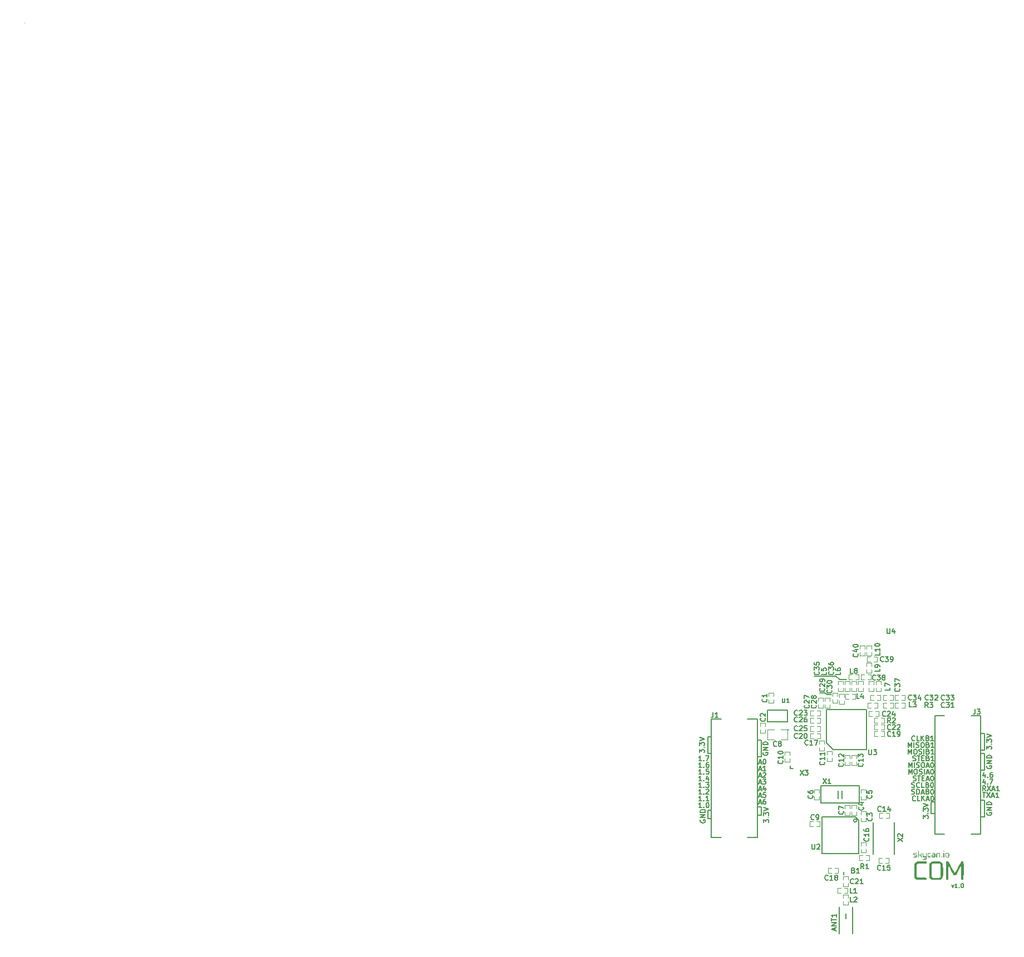
<source format=gto>
G04 (created by PCBNEW (2013-09-06 BZR 4312)-stable) date T 04 märts 2014 22:38:06 EET*
%MOIN*%
G04 Gerber Fmt 3.4, Leading zero omitted, Abs format*
%FSLAX34Y34*%
G01*
G70*
G90*
G04 APERTURE LIST*
%ADD10C,0.000787*%
%ADD11C,0.005000*%
%ADD12C,0.007874*%
%ADD13C,0.005906*%
%ADD14C,0.002800*%
%ADD15C,0.003900*%
%ADD16C,0.006000*%
%ADD17C,0.000100*%
%ADD18C,0.000000*%
G04 APERTURE END LIST*
G54D10*
G54D11*
X47950Y-40150D02*
X47625Y-40150D01*
X48075Y-40275D02*
X47950Y-40150D01*
X48325Y-40275D02*
X48075Y-40275D01*
X48825Y-39375D02*
X49225Y-39375D01*
X48600Y-39150D02*
X48825Y-39375D01*
X47300Y-39150D02*
X48600Y-39150D01*
X57400Y-46135D02*
X57571Y-46135D01*
X57485Y-46435D02*
X57485Y-46135D01*
X57642Y-46135D02*
X57842Y-46435D01*
X57842Y-46135D02*
X57642Y-46435D01*
X57942Y-46350D02*
X58085Y-46350D01*
X57914Y-46435D02*
X58014Y-46135D01*
X58114Y-46435D01*
X58371Y-46435D02*
X58200Y-46435D01*
X58285Y-46435D02*
X58285Y-46135D01*
X58257Y-46178D01*
X58228Y-46207D01*
X58200Y-46221D01*
X57578Y-46035D02*
X57478Y-45892D01*
X57407Y-46035D02*
X57407Y-45735D01*
X57521Y-45735D01*
X57550Y-45750D01*
X57564Y-45764D01*
X57578Y-45792D01*
X57578Y-45835D01*
X57564Y-45864D01*
X57550Y-45878D01*
X57521Y-45892D01*
X57407Y-45892D01*
X57678Y-45735D02*
X57878Y-46035D01*
X57878Y-45735D02*
X57678Y-46035D01*
X57978Y-45950D02*
X58121Y-45950D01*
X57950Y-46035D02*
X58050Y-45735D01*
X58150Y-46035D01*
X58407Y-46035D02*
X58235Y-46035D01*
X58321Y-46035D02*
X58321Y-45735D01*
X58292Y-45778D01*
X58264Y-45807D01*
X58235Y-45821D01*
X57542Y-45435D02*
X57542Y-45635D01*
X57471Y-45321D02*
X57400Y-45535D01*
X57585Y-45535D01*
X57700Y-45607D02*
X57714Y-45621D01*
X57700Y-45635D01*
X57685Y-45621D01*
X57700Y-45607D01*
X57700Y-45635D01*
X57814Y-45335D02*
X58014Y-45335D01*
X57885Y-45635D01*
X57542Y-45035D02*
X57542Y-45235D01*
X57471Y-44921D02*
X57400Y-45135D01*
X57585Y-45135D01*
X57700Y-45207D02*
X57714Y-45221D01*
X57700Y-45235D01*
X57685Y-45221D01*
X57700Y-45207D01*
X57700Y-45235D01*
X57971Y-44935D02*
X57914Y-44935D01*
X57885Y-44950D01*
X57871Y-44964D01*
X57842Y-45007D01*
X57828Y-45064D01*
X57828Y-45178D01*
X57842Y-45207D01*
X57857Y-45221D01*
X57885Y-45235D01*
X57942Y-45235D01*
X57971Y-45221D01*
X57985Y-45207D01*
X58000Y-45178D01*
X58000Y-45107D01*
X57985Y-45078D01*
X57971Y-45064D01*
X57942Y-45050D01*
X57885Y-45050D01*
X57857Y-45064D01*
X57842Y-45078D01*
X57828Y-45107D01*
X53375Y-46607D02*
X53360Y-46621D01*
X53317Y-46635D01*
X53289Y-46635D01*
X53246Y-46621D01*
X53217Y-46592D01*
X53203Y-46564D01*
X53189Y-46507D01*
X53189Y-46464D01*
X53203Y-46407D01*
X53217Y-46378D01*
X53246Y-46350D01*
X53289Y-46335D01*
X53317Y-46335D01*
X53360Y-46350D01*
X53375Y-46364D01*
X53646Y-46635D02*
X53503Y-46635D01*
X53503Y-46335D01*
X53746Y-46635D02*
X53746Y-46335D01*
X53917Y-46635D02*
X53789Y-46464D01*
X53917Y-46335D02*
X53746Y-46507D01*
X54032Y-46550D02*
X54175Y-46550D01*
X54003Y-46635D02*
X54103Y-46335D01*
X54203Y-46635D01*
X54360Y-46335D02*
X54389Y-46335D01*
X54417Y-46350D01*
X54432Y-46364D01*
X54446Y-46392D01*
X54460Y-46450D01*
X54460Y-46521D01*
X54446Y-46578D01*
X54432Y-46607D01*
X54417Y-46621D01*
X54389Y-46635D01*
X54360Y-46635D01*
X54332Y-46621D01*
X54317Y-46607D01*
X54303Y-46578D01*
X54289Y-46521D01*
X54289Y-46450D01*
X54303Y-46392D01*
X54317Y-46364D01*
X54332Y-46350D01*
X54360Y-46335D01*
X53142Y-46221D02*
X53185Y-46235D01*
X53257Y-46235D01*
X53285Y-46221D01*
X53300Y-46207D01*
X53314Y-46178D01*
X53314Y-46150D01*
X53300Y-46121D01*
X53285Y-46107D01*
X53257Y-46092D01*
X53200Y-46078D01*
X53171Y-46064D01*
X53157Y-46050D01*
X53142Y-46021D01*
X53142Y-45992D01*
X53157Y-45964D01*
X53171Y-45950D01*
X53200Y-45935D01*
X53271Y-45935D01*
X53314Y-45950D01*
X53442Y-46235D02*
X53442Y-45935D01*
X53514Y-45935D01*
X53557Y-45950D01*
X53585Y-45978D01*
X53600Y-46007D01*
X53614Y-46064D01*
X53614Y-46107D01*
X53600Y-46164D01*
X53585Y-46192D01*
X53557Y-46221D01*
X53514Y-46235D01*
X53442Y-46235D01*
X53728Y-46150D02*
X53871Y-46150D01*
X53700Y-46235D02*
X53800Y-45935D01*
X53900Y-46235D01*
X54100Y-46078D02*
X54142Y-46092D01*
X54157Y-46107D01*
X54171Y-46135D01*
X54171Y-46178D01*
X54157Y-46207D01*
X54142Y-46221D01*
X54114Y-46235D01*
X54000Y-46235D01*
X54000Y-45935D01*
X54100Y-45935D01*
X54128Y-45950D01*
X54142Y-45964D01*
X54157Y-45992D01*
X54157Y-46021D01*
X54142Y-46050D01*
X54128Y-46064D01*
X54100Y-46078D01*
X54000Y-46078D01*
X54357Y-45935D02*
X54385Y-45935D01*
X54414Y-45950D01*
X54428Y-45964D01*
X54442Y-45992D01*
X54457Y-46050D01*
X54457Y-46121D01*
X54442Y-46178D01*
X54428Y-46207D01*
X54414Y-46221D01*
X54385Y-46235D01*
X54357Y-46235D01*
X54328Y-46221D01*
X54314Y-46207D01*
X54300Y-46178D01*
X54285Y-46121D01*
X54285Y-46050D01*
X54300Y-45992D01*
X54314Y-45964D01*
X54328Y-45950D01*
X54357Y-45935D01*
X53150Y-45821D02*
X53192Y-45835D01*
X53264Y-45835D01*
X53292Y-45821D01*
X53307Y-45807D01*
X53321Y-45778D01*
X53321Y-45750D01*
X53307Y-45721D01*
X53292Y-45707D01*
X53264Y-45692D01*
X53207Y-45678D01*
X53178Y-45664D01*
X53164Y-45650D01*
X53150Y-45621D01*
X53150Y-45592D01*
X53164Y-45564D01*
X53178Y-45550D01*
X53207Y-45535D01*
X53278Y-45535D01*
X53321Y-45550D01*
X53621Y-45807D02*
X53607Y-45821D01*
X53564Y-45835D01*
X53535Y-45835D01*
X53492Y-45821D01*
X53464Y-45792D01*
X53450Y-45764D01*
X53435Y-45707D01*
X53435Y-45664D01*
X53450Y-45607D01*
X53464Y-45578D01*
X53492Y-45550D01*
X53535Y-45535D01*
X53564Y-45535D01*
X53607Y-45550D01*
X53621Y-45564D01*
X53892Y-45835D02*
X53750Y-45835D01*
X53750Y-45535D01*
X54092Y-45678D02*
X54135Y-45692D01*
X54150Y-45707D01*
X54164Y-45735D01*
X54164Y-45778D01*
X54150Y-45807D01*
X54135Y-45821D01*
X54107Y-45835D01*
X53992Y-45835D01*
X53992Y-45535D01*
X54092Y-45535D01*
X54121Y-45550D01*
X54135Y-45564D01*
X54150Y-45592D01*
X54150Y-45621D01*
X54135Y-45650D01*
X54121Y-45664D01*
X54092Y-45678D01*
X53992Y-45678D01*
X54350Y-45535D02*
X54378Y-45535D01*
X54407Y-45550D01*
X54421Y-45564D01*
X54435Y-45592D01*
X54450Y-45650D01*
X54450Y-45721D01*
X54435Y-45778D01*
X54421Y-45807D01*
X54407Y-45821D01*
X54378Y-45835D01*
X54350Y-45835D01*
X54321Y-45821D01*
X54307Y-45807D01*
X54292Y-45778D01*
X54278Y-45721D01*
X54278Y-45650D01*
X54292Y-45592D01*
X54307Y-45564D01*
X54321Y-45550D01*
X54350Y-45535D01*
X53242Y-45421D02*
X53285Y-45435D01*
X53357Y-45435D01*
X53385Y-45421D01*
X53400Y-45407D01*
X53414Y-45378D01*
X53414Y-45350D01*
X53400Y-45321D01*
X53385Y-45307D01*
X53357Y-45292D01*
X53300Y-45278D01*
X53271Y-45264D01*
X53257Y-45250D01*
X53242Y-45221D01*
X53242Y-45192D01*
X53257Y-45164D01*
X53271Y-45150D01*
X53300Y-45135D01*
X53371Y-45135D01*
X53414Y-45150D01*
X53500Y-45135D02*
X53671Y-45135D01*
X53585Y-45435D02*
X53585Y-45135D01*
X53771Y-45278D02*
X53871Y-45278D01*
X53914Y-45435D02*
X53771Y-45435D01*
X53771Y-45135D01*
X53914Y-45135D01*
X54028Y-45350D02*
X54171Y-45350D01*
X54000Y-45435D02*
X54100Y-45135D01*
X54200Y-45435D01*
X54357Y-45135D02*
X54385Y-45135D01*
X54414Y-45150D01*
X54428Y-45164D01*
X54442Y-45192D01*
X54457Y-45250D01*
X54457Y-45321D01*
X54442Y-45378D01*
X54428Y-45407D01*
X54414Y-45421D01*
X54385Y-45435D01*
X54357Y-45435D01*
X54328Y-45421D01*
X54314Y-45407D01*
X54300Y-45378D01*
X54285Y-45321D01*
X54285Y-45250D01*
X54300Y-45192D01*
X54314Y-45164D01*
X54328Y-45150D01*
X54357Y-45135D01*
X52957Y-45035D02*
X52957Y-44735D01*
X53057Y-44950D01*
X53157Y-44735D01*
X53157Y-45035D01*
X53357Y-44735D02*
X53414Y-44735D01*
X53442Y-44750D01*
X53471Y-44778D01*
X53485Y-44835D01*
X53485Y-44935D01*
X53471Y-44992D01*
X53442Y-45021D01*
X53414Y-45035D01*
X53357Y-45035D01*
X53328Y-45021D01*
X53300Y-44992D01*
X53285Y-44935D01*
X53285Y-44835D01*
X53300Y-44778D01*
X53328Y-44750D01*
X53357Y-44735D01*
X53600Y-45021D02*
X53642Y-45035D01*
X53714Y-45035D01*
X53742Y-45021D01*
X53757Y-45007D01*
X53771Y-44978D01*
X53771Y-44950D01*
X53757Y-44921D01*
X53742Y-44907D01*
X53714Y-44892D01*
X53657Y-44878D01*
X53628Y-44864D01*
X53614Y-44850D01*
X53600Y-44821D01*
X53600Y-44792D01*
X53614Y-44764D01*
X53628Y-44750D01*
X53657Y-44735D01*
X53728Y-44735D01*
X53771Y-44750D01*
X53900Y-45035D02*
X53900Y-44735D01*
X54028Y-44950D02*
X54171Y-44950D01*
X54000Y-45035D02*
X54100Y-44735D01*
X54200Y-45035D01*
X54357Y-44735D02*
X54385Y-44735D01*
X54414Y-44750D01*
X54428Y-44764D01*
X54442Y-44792D01*
X54457Y-44850D01*
X54457Y-44921D01*
X54442Y-44978D01*
X54428Y-45007D01*
X54414Y-45021D01*
X54385Y-45035D01*
X54357Y-45035D01*
X54328Y-45021D01*
X54314Y-45007D01*
X54300Y-44978D01*
X54285Y-44921D01*
X54285Y-44850D01*
X54300Y-44792D01*
X54314Y-44764D01*
X54328Y-44750D01*
X54357Y-44735D01*
X52957Y-44635D02*
X52957Y-44335D01*
X53057Y-44550D01*
X53157Y-44335D01*
X53157Y-44635D01*
X53300Y-44635D02*
X53300Y-44335D01*
X53428Y-44621D02*
X53471Y-44635D01*
X53542Y-44635D01*
X53571Y-44621D01*
X53585Y-44607D01*
X53600Y-44578D01*
X53600Y-44550D01*
X53585Y-44521D01*
X53571Y-44507D01*
X53542Y-44492D01*
X53485Y-44478D01*
X53457Y-44464D01*
X53442Y-44450D01*
X53428Y-44421D01*
X53428Y-44392D01*
X53442Y-44364D01*
X53457Y-44350D01*
X53485Y-44335D01*
X53557Y-44335D01*
X53600Y-44350D01*
X53785Y-44335D02*
X53842Y-44335D01*
X53871Y-44350D01*
X53900Y-44378D01*
X53914Y-44435D01*
X53914Y-44535D01*
X53900Y-44592D01*
X53871Y-44621D01*
X53842Y-44635D01*
X53785Y-44635D01*
X53757Y-44621D01*
X53728Y-44592D01*
X53714Y-44535D01*
X53714Y-44435D01*
X53728Y-44378D01*
X53757Y-44350D01*
X53785Y-44335D01*
X54028Y-44550D02*
X54171Y-44550D01*
X54000Y-44635D02*
X54100Y-44335D01*
X54200Y-44635D01*
X54357Y-44335D02*
X54385Y-44335D01*
X54414Y-44350D01*
X54428Y-44364D01*
X54442Y-44392D01*
X54457Y-44450D01*
X54457Y-44521D01*
X54442Y-44578D01*
X54428Y-44607D01*
X54414Y-44621D01*
X54385Y-44635D01*
X54357Y-44635D01*
X54328Y-44621D01*
X54314Y-44607D01*
X54300Y-44578D01*
X54285Y-44521D01*
X54285Y-44450D01*
X54300Y-44392D01*
X54314Y-44364D01*
X54328Y-44350D01*
X54357Y-44335D01*
X53221Y-44221D02*
X53264Y-44235D01*
X53335Y-44235D01*
X53364Y-44221D01*
X53378Y-44207D01*
X53392Y-44178D01*
X53392Y-44150D01*
X53378Y-44121D01*
X53364Y-44107D01*
X53335Y-44092D01*
X53278Y-44078D01*
X53250Y-44064D01*
X53235Y-44050D01*
X53221Y-44021D01*
X53221Y-43992D01*
X53235Y-43964D01*
X53250Y-43950D01*
X53278Y-43935D01*
X53350Y-43935D01*
X53392Y-43950D01*
X53478Y-43935D02*
X53650Y-43935D01*
X53564Y-44235D02*
X53564Y-43935D01*
X53750Y-44078D02*
X53850Y-44078D01*
X53892Y-44235D02*
X53750Y-44235D01*
X53750Y-43935D01*
X53892Y-43935D01*
X54121Y-44078D02*
X54164Y-44092D01*
X54178Y-44107D01*
X54192Y-44135D01*
X54192Y-44178D01*
X54178Y-44207D01*
X54164Y-44221D01*
X54135Y-44235D01*
X54021Y-44235D01*
X54021Y-43935D01*
X54121Y-43935D01*
X54150Y-43950D01*
X54164Y-43964D01*
X54178Y-43992D01*
X54178Y-44021D01*
X54164Y-44050D01*
X54150Y-44064D01*
X54121Y-44078D01*
X54021Y-44078D01*
X54478Y-44235D02*
X54307Y-44235D01*
X54392Y-44235D02*
X54392Y-43935D01*
X54364Y-43978D01*
X54335Y-44007D01*
X54307Y-44021D01*
X52935Y-43835D02*
X52935Y-43535D01*
X53035Y-43750D01*
X53135Y-43535D01*
X53135Y-43835D01*
X53335Y-43535D02*
X53392Y-43535D01*
X53421Y-43550D01*
X53450Y-43578D01*
X53464Y-43635D01*
X53464Y-43735D01*
X53450Y-43792D01*
X53421Y-43821D01*
X53392Y-43835D01*
X53335Y-43835D01*
X53307Y-43821D01*
X53278Y-43792D01*
X53264Y-43735D01*
X53264Y-43635D01*
X53278Y-43578D01*
X53307Y-43550D01*
X53335Y-43535D01*
X53578Y-43821D02*
X53621Y-43835D01*
X53692Y-43835D01*
X53721Y-43821D01*
X53735Y-43807D01*
X53750Y-43778D01*
X53750Y-43750D01*
X53735Y-43721D01*
X53721Y-43707D01*
X53692Y-43692D01*
X53635Y-43678D01*
X53607Y-43664D01*
X53592Y-43650D01*
X53578Y-43621D01*
X53578Y-43592D01*
X53592Y-43564D01*
X53607Y-43550D01*
X53635Y-43535D01*
X53707Y-43535D01*
X53750Y-43550D01*
X53878Y-43835D02*
X53878Y-43535D01*
X54121Y-43678D02*
X54164Y-43692D01*
X54178Y-43707D01*
X54192Y-43735D01*
X54192Y-43778D01*
X54178Y-43807D01*
X54164Y-43821D01*
X54135Y-43835D01*
X54021Y-43835D01*
X54021Y-43535D01*
X54121Y-43535D01*
X54150Y-43550D01*
X54164Y-43564D01*
X54178Y-43592D01*
X54178Y-43621D01*
X54164Y-43650D01*
X54150Y-43664D01*
X54121Y-43678D01*
X54021Y-43678D01*
X54478Y-43835D02*
X54307Y-43835D01*
X54392Y-43835D02*
X54392Y-43535D01*
X54364Y-43578D01*
X54335Y-43607D01*
X54307Y-43621D01*
X52935Y-43435D02*
X52935Y-43135D01*
X53035Y-43350D01*
X53135Y-43135D01*
X53135Y-43435D01*
X53278Y-43435D02*
X53278Y-43135D01*
X53407Y-43421D02*
X53450Y-43435D01*
X53521Y-43435D01*
X53550Y-43421D01*
X53564Y-43407D01*
X53578Y-43378D01*
X53578Y-43350D01*
X53564Y-43321D01*
X53550Y-43307D01*
X53521Y-43292D01*
X53464Y-43278D01*
X53435Y-43264D01*
X53421Y-43250D01*
X53407Y-43221D01*
X53407Y-43192D01*
X53421Y-43164D01*
X53435Y-43150D01*
X53464Y-43135D01*
X53535Y-43135D01*
X53578Y-43150D01*
X53764Y-43135D02*
X53821Y-43135D01*
X53850Y-43150D01*
X53878Y-43178D01*
X53892Y-43235D01*
X53892Y-43335D01*
X53878Y-43392D01*
X53850Y-43421D01*
X53821Y-43435D01*
X53764Y-43435D01*
X53735Y-43421D01*
X53707Y-43392D01*
X53692Y-43335D01*
X53692Y-43235D01*
X53707Y-43178D01*
X53735Y-43150D01*
X53764Y-43135D01*
X54121Y-43278D02*
X54164Y-43292D01*
X54178Y-43307D01*
X54192Y-43335D01*
X54192Y-43378D01*
X54178Y-43407D01*
X54164Y-43421D01*
X54135Y-43435D01*
X54021Y-43435D01*
X54021Y-43135D01*
X54121Y-43135D01*
X54150Y-43150D01*
X54164Y-43164D01*
X54178Y-43192D01*
X54178Y-43221D01*
X54164Y-43250D01*
X54150Y-43264D01*
X54121Y-43278D01*
X54021Y-43278D01*
X54478Y-43435D02*
X54307Y-43435D01*
X54392Y-43435D02*
X54392Y-43135D01*
X54364Y-43178D01*
X54335Y-43207D01*
X54307Y-43221D01*
X53328Y-43007D02*
X53314Y-43021D01*
X53271Y-43035D01*
X53242Y-43035D01*
X53200Y-43021D01*
X53171Y-42992D01*
X53157Y-42964D01*
X53142Y-42907D01*
X53142Y-42864D01*
X53157Y-42807D01*
X53171Y-42778D01*
X53200Y-42750D01*
X53242Y-42735D01*
X53271Y-42735D01*
X53314Y-42750D01*
X53328Y-42764D01*
X53600Y-43035D02*
X53457Y-43035D01*
X53457Y-42735D01*
X53700Y-43035D02*
X53700Y-42735D01*
X53871Y-43035D02*
X53742Y-42864D01*
X53871Y-42735D02*
X53700Y-42907D01*
X54100Y-42878D02*
X54142Y-42892D01*
X54157Y-42907D01*
X54171Y-42935D01*
X54171Y-42978D01*
X54157Y-43007D01*
X54142Y-43021D01*
X54114Y-43035D01*
X54000Y-43035D01*
X54000Y-42735D01*
X54100Y-42735D01*
X54128Y-42750D01*
X54142Y-42764D01*
X54157Y-42792D01*
X54157Y-42821D01*
X54142Y-42850D01*
X54128Y-42864D01*
X54100Y-42878D01*
X54000Y-42878D01*
X54457Y-43035D02*
X54285Y-43035D01*
X54371Y-43035D02*
X54371Y-42735D01*
X54342Y-42778D01*
X54314Y-42807D01*
X54285Y-42821D01*
X53835Y-47692D02*
X53835Y-47507D01*
X53950Y-47607D01*
X53950Y-47564D01*
X53964Y-47535D01*
X53978Y-47521D01*
X54007Y-47507D01*
X54078Y-47507D01*
X54107Y-47521D01*
X54121Y-47535D01*
X54135Y-47564D01*
X54135Y-47650D01*
X54121Y-47678D01*
X54107Y-47692D01*
X54107Y-47378D02*
X54121Y-47364D01*
X54135Y-47378D01*
X54121Y-47392D01*
X54107Y-47378D01*
X54135Y-47378D01*
X53835Y-47264D02*
X53835Y-47078D01*
X53950Y-47178D01*
X53950Y-47135D01*
X53964Y-47107D01*
X53978Y-47092D01*
X54007Y-47078D01*
X54078Y-47078D01*
X54107Y-47092D01*
X54121Y-47107D01*
X54135Y-47135D01*
X54135Y-47221D01*
X54121Y-47250D01*
X54107Y-47264D01*
X53835Y-46992D02*
X54135Y-46892D01*
X53835Y-46792D01*
G54D12*
X54300Y-47400D02*
X54500Y-47400D01*
X54300Y-46700D02*
X54300Y-47400D01*
X54500Y-46700D02*
X54300Y-46700D01*
G54D11*
X57650Y-47328D02*
X57635Y-47357D01*
X57635Y-47400D01*
X57650Y-47442D01*
X57678Y-47471D01*
X57707Y-47485D01*
X57764Y-47500D01*
X57807Y-47500D01*
X57864Y-47485D01*
X57892Y-47471D01*
X57921Y-47442D01*
X57935Y-47400D01*
X57935Y-47371D01*
X57921Y-47328D01*
X57907Y-47314D01*
X57807Y-47314D01*
X57807Y-47371D01*
X57935Y-47185D02*
X57635Y-47185D01*
X57935Y-47014D01*
X57635Y-47014D01*
X57935Y-46871D02*
X57635Y-46871D01*
X57635Y-46800D01*
X57650Y-46757D01*
X57678Y-46728D01*
X57707Y-46714D01*
X57764Y-46700D01*
X57807Y-46700D01*
X57864Y-46714D01*
X57892Y-46728D01*
X57921Y-46757D01*
X57935Y-46800D01*
X57935Y-46871D01*
G54D12*
X57500Y-46600D02*
X57300Y-46600D01*
X57500Y-47600D02*
X57500Y-46600D01*
X57300Y-47600D02*
X57500Y-47600D01*
G54D11*
X57650Y-44528D02*
X57635Y-44557D01*
X57635Y-44600D01*
X57650Y-44642D01*
X57678Y-44671D01*
X57707Y-44685D01*
X57764Y-44700D01*
X57807Y-44700D01*
X57864Y-44685D01*
X57892Y-44671D01*
X57921Y-44642D01*
X57935Y-44600D01*
X57935Y-44571D01*
X57921Y-44528D01*
X57907Y-44514D01*
X57807Y-44514D01*
X57807Y-44571D01*
X57935Y-44385D02*
X57635Y-44385D01*
X57935Y-44214D01*
X57635Y-44214D01*
X57935Y-44071D02*
X57635Y-44071D01*
X57635Y-44000D01*
X57650Y-43957D01*
X57678Y-43928D01*
X57707Y-43914D01*
X57764Y-43900D01*
X57807Y-43900D01*
X57864Y-43914D01*
X57892Y-43928D01*
X57921Y-43957D01*
X57935Y-44000D01*
X57935Y-44071D01*
G54D12*
X57500Y-43800D02*
X57300Y-43800D01*
X57500Y-44800D02*
X57500Y-43800D01*
X57300Y-44800D02*
X57500Y-44800D01*
G54D11*
X57635Y-43542D02*
X57635Y-43357D01*
X57750Y-43457D01*
X57750Y-43414D01*
X57764Y-43385D01*
X57778Y-43371D01*
X57807Y-43357D01*
X57878Y-43357D01*
X57907Y-43371D01*
X57921Y-43385D01*
X57935Y-43414D01*
X57935Y-43500D01*
X57921Y-43528D01*
X57907Y-43542D01*
X57907Y-43228D02*
X57921Y-43214D01*
X57935Y-43228D01*
X57921Y-43242D01*
X57907Y-43228D01*
X57935Y-43228D01*
X57635Y-43114D02*
X57635Y-42928D01*
X57750Y-43028D01*
X57750Y-42985D01*
X57764Y-42957D01*
X57778Y-42942D01*
X57807Y-42928D01*
X57878Y-42928D01*
X57907Y-42942D01*
X57921Y-42957D01*
X57935Y-42985D01*
X57935Y-43071D01*
X57921Y-43100D01*
X57907Y-43114D01*
X57635Y-42842D02*
X57935Y-42742D01*
X57635Y-42642D01*
G54D12*
X57500Y-42600D02*
X57300Y-42600D01*
X57500Y-43600D02*
X57500Y-42600D01*
X57300Y-43600D02*
X57500Y-43600D01*
G54D11*
X43985Y-46750D02*
X44128Y-46750D01*
X43957Y-46835D02*
X44057Y-46535D01*
X44157Y-46835D01*
X44385Y-46535D02*
X44328Y-46535D01*
X44300Y-46550D01*
X44285Y-46564D01*
X44257Y-46607D01*
X44242Y-46664D01*
X44242Y-46778D01*
X44257Y-46807D01*
X44271Y-46821D01*
X44300Y-46835D01*
X44357Y-46835D01*
X44385Y-46821D01*
X44400Y-46807D01*
X44414Y-46778D01*
X44414Y-46707D01*
X44400Y-46678D01*
X44385Y-46664D01*
X44357Y-46650D01*
X44300Y-46650D01*
X44271Y-46664D01*
X44257Y-46678D01*
X44242Y-46707D01*
X43985Y-46350D02*
X44128Y-46350D01*
X43957Y-46435D02*
X44057Y-46135D01*
X44157Y-46435D01*
X44400Y-46135D02*
X44257Y-46135D01*
X44242Y-46278D01*
X44257Y-46264D01*
X44285Y-46250D01*
X44357Y-46250D01*
X44385Y-46264D01*
X44400Y-46278D01*
X44414Y-46307D01*
X44414Y-46378D01*
X44400Y-46407D01*
X44385Y-46421D01*
X44357Y-46435D01*
X44285Y-46435D01*
X44257Y-46421D01*
X44242Y-46407D01*
X43985Y-45950D02*
X44128Y-45950D01*
X43957Y-46035D02*
X44057Y-45735D01*
X44157Y-46035D01*
X44385Y-45835D02*
X44385Y-46035D01*
X44314Y-45721D02*
X44242Y-45935D01*
X44428Y-45935D01*
X43985Y-45550D02*
X44128Y-45550D01*
X43957Y-45635D02*
X44057Y-45335D01*
X44157Y-45635D01*
X44228Y-45335D02*
X44414Y-45335D01*
X44314Y-45450D01*
X44357Y-45450D01*
X44385Y-45464D01*
X44400Y-45478D01*
X44414Y-45507D01*
X44414Y-45578D01*
X44400Y-45607D01*
X44385Y-45621D01*
X44357Y-45635D01*
X44271Y-45635D01*
X44242Y-45621D01*
X44228Y-45607D01*
X43985Y-45150D02*
X44128Y-45150D01*
X43957Y-45235D02*
X44057Y-44935D01*
X44157Y-45235D01*
X44242Y-44964D02*
X44257Y-44950D01*
X44285Y-44935D01*
X44357Y-44935D01*
X44385Y-44950D01*
X44400Y-44964D01*
X44414Y-44992D01*
X44414Y-45021D01*
X44400Y-45064D01*
X44228Y-45235D01*
X44414Y-45235D01*
X43985Y-44750D02*
X44128Y-44750D01*
X43957Y-44835D02*
X44057Y-44535D01*
X44157Y-44835D01*
X44414Y-44835D02*
X44242Y-44835D01*
X44328Y-44835D02*
X44328Y-44535D01*
X44300Y-44578D01*
X44271Y-44607D01*
X44242Y-44621D01*
X43985Y-44350D02*
X44128Y-44350D01*
X43957Y-44435D02*
X44057Y-44135D01*
X44157Y-44435D01*
X44314Y-44135D02*
X44342Y-44135D01*
X44371Y-44150D01*
X44385Y-44164D01*
X44400Y-44192D01*
X44414Y-44250D01*
X44414Y-44321D01*
X44400Y-44378D01*
X44385Y-44407D01*
X44371Y-44421D01*
X44342Y-44435D01*
X44314Y-44435D01*
X44285Y-44421D01*
X44271Y-44407D01*
X44257Y-44378D01*
X44242Y-44321D01*
X44242Y-44250D01*
X44257Y-44192D01*
X44271Y-44164D01*
X44285Y-44150D01*
X44314Y-44135D01*
X44285Y-47942D02*
X44285Y-47757D01*
X44400Y-47857D01*
X44400Y-47814D01*
X44414Y-47785D01*
X44428Y-47771D01*
X44457Y-47757D01*
X44528Y-47757D01*
X44557Y-47771D01*
X44571Y-47785D01*
X44585Y-47814D01*
X44585Y-47900D01*
X44571Y-47928D01*
X44557Y-47942D01*
X44557Y-47628D02*
X44571Y-47614D01*
X44585Y-47628D01*
X44571Y-47642D01*
X44557Y-47628D01*
X44585Y-47628D01*
X44285Y-47514D02*
X44285Y-47328D01*
X44400Y-47428D01*
X44400Y-47385D01*
X44414Y-47357D01*
X44428Y-47342D01*
X44457Y-47328D01*
X44528Y-47328D01*
X44557Y-47342D01*
X44571Y-47357D01*
X44585Y-47385D01*
X44585Y-47471D01*
X44571Y-47500D01*
X44557Y-47514D01*
X44285Y-47242D02*
X44585Y-47142D01*
X44285Y-47042D01*
G54D12*
X44125Y-47000D02*
X43925Y-47000D01*
X44125Y-47500D02*
X44125Y-47000D01*
X43925Y-47500D02*
X44125Y-47500D01*
G54D11*
X40500Y-47778D02*
X40485Y-47807D01*
X40485Y-47850D01*
X40500Y-47892D01*
X40528Y-47921D01*
X40557Y-47935D01*
X40614Y-47950D01*
X40657Y-47950D01*
X40714Y-47935D01*
X40742Y-47921D01*
X40771Y-47892D01*
X40785Y-47850D01*
X40785Y-47821D01*
X40771Y-47778D01*
X40757Y-47764D01*
X40657Y-47764D01*
X40657Y-47821D01*
X40785Y-47635D02*
X40485Y-47635D01*
X40785Y-47464D01*
X40485Y-47464D01*
X40785Y-47321D02*
X40485Y-47321D01*
X40485Y-47250D01*
X40500Y-47207D01*
X40528Y-47178D01*
X40557Y-47164D01*
X40614Y-47150D01*
X40657Y-47150D01*
X40714Y-47164D01*
X40742Y-47178D01*
X40771Y-47207D01*
X40785Y-47250D01*
X40785Y-47321D01*
G54D12*
X40925Y-47700D02*
X41125Y-47700D01*
X40925Y-47200D02*
X40925Y-47700D01*
X41125Y-47200D02*
X40925Y-47200D01*
G54D11*
X40571Y-47035D02*
X40400Y-47035D01*
X40485Y-47035D02*
X40485Y-46735D01*
X40457Y-46778D01*
X40428Y-46807D01*
X40400Y-46821D01*
X40700Y-47007D02*
X40714Y-47021D01*
X40700Y-47035D01*
X40685Y-47021D01*
X40700Y-47007D01*
X40700Y-47035D01*
X40900Y-46735D02*
X40928Y-46735D01*
X40957Y-46750D01*
X40971Y-46764D01*
X40985Y-46792D01*
X41000Y-46850D01*
X41000Y-46921D01*
X40985Y-46978D01*
X40971Y-47007D01*
X40957Y-47021D01*
X40928Y-47035D01*
X40900Y-47035D01*
X40871Y-47021D01*
X40857Y-47007D01*
X40842Y-46978D01*
X40828Y-46921D01*
X40828Y-46850D01*
X40842Y-46792D01*
X40857Y-46764D01*
X40871Y-46750D01*
X40900Y-46735D01*
X40571Y-46635D02*
X40400Y-46635D01*
X40485Y-46635D02*
X40485Y-46335D01*
X40457Y-46378D01*
X40428Y-46407D01*
X40400Y-46421D01*
X40700Y-46607D02*
X40714Y-46621D01*
X40700Y-46635D01*
X40685Y-46621D01*
X40700Y-46607D01*
X40700Y-46635D01*
X41000Y-46635D02*
X40828Y-46635D01*
X40914Y-46635D02*
X40914Y-46335D01*
X40885Y-46378D01*
X40857Y-46407D01*
X40828Y-46421D01*
X40571Y-46235D02*
X40400Y-46235D01*
X40485Y-46235D02*
X40485Y-45935D01*
X40457Y-45978D01*
X40428Y-46007D01*
X40400Y-46021D01*
X40700Y-46207D02*
X40714Y-46221D01*
X40700Y-46235D01*
X40685Y-46221D01*
X40700Y-46207D01*
X40700Y-46235D01*
X40828Y-45964D02*
X40842Y-45950D01*
X40871Y-45935D01*
X40942Y-45935D01*
X40971Y-45950D01*
X40985Y-45964D01*
X41000Y-45992D01*
X41000Y-46021D01*
X40985Y-46064D01*
X40814Y-46235D01*
X41000Y-46235D01*
X40571Y-45835D02*
X40400Y-45835D01*
X40485Y-45835D02*
X40485Y-45535D01*
X40457Y-45578D01*
X40428Y-45607D01*
X40400Y-45621D01*
X40700Y-45807D02*
X40714Y-45821D01*
X40700Y-45835D01*
X40685Y-45821D01*
X40700Y-45807D01*
X40700Y-45835D01*
X40814Y-45535D02*
X41000Y-45535D01*
X40900Y-45650D01*
X40942Y-45650D01*
X40971Y-45664D01*
X40985Y-45678D01*
X41000Y-45707D01*
X41000Y-45778D01*
X40985Y-45807D01*
X40971Y-45821D01*
X40942Y-45835D01*
X40857Y-45835D01*
X40828Y-45821D01*
X40814Y-45807D01*
X40571Y-45435D02*
X40400Y-45435D01*
X40485Y-45435D02*
X40485Y-45135D01*
X40457Y-45178D01*
X40428Y-45207D01*
X40400Y-45221D01*
X40700Y-45407D02*
X40714Y-45421D01*
X40700Y-45435D01*
X40685Y-45421D01*
X40700Y-45407D01*
X40700Y-45435D01*
X40971Y-45235D02*
X40971Y-45435D01*
X40900Y-45121D02*
X40828Y-45335D01*
X41014Y-45335D01*
X40571Y-45035D02*
X40400Y-45035D01*
X40485Y-45035D02*
X40485Y-44735D01*
X40457Y-44778D01*
X40428Y-44807D01*
X40400Y-44821D01*
X40700Y-45007D02*
X40714Y-45021D01*
X40700Y-45035D01*
X40685Y-45021D01*
X40700Y-45007D01*
X40700Y-45035D01*
X40985Y-44735D02*
X40842Y-44735D01*
X40828Y-44878D01*
X40842Y-44864D01*
X40871Y-44850D01*
X40942Y-44850D01*
X40971Y-44864D01*
X40985Y-44878D01*
X41000Y-44907D01*
X41000Y-44978D01*
X40985Y-45007D01*
X40971Y-45021D01*
X40942Y-45035D01*
X40871Y-45035D01*
X40842Y-45021D01*
X40828Y-45007D01*
X40571Y-44635D02*
X40400Y-44635D01*
X40485Y-44635D02*
X40485Y-44335D01*
X40457Y-44378D01*
X40428Y-44407D01*
X40400Y-44421D01*
X40700Y-44607D02*
X40714Y-44621D01*
X40700Y-44635D01*
X40685Y-44621D01*
X40700Y-44607D01*
X40700Y-44635D01*
X40971Y-44335D02*
X40914Y-44335D01*
X40885Y-44350D01*
X40871Y-44364D01*
X40842Y-44407D01*
X40828Y-44464D01*
X40828Y-44578D01*
X40842Y-44607D01*
X40857Y-44621D01*
X40885Y-44635D01*
X40942Y-44635D01*
X40971Y-44621D01*
X40985Y-44607D01*
X41000Y-44578D01*
X41000Y-44507D01*
X40985Y-44478D01*
X40971Y-44464D01*
X40942Y-44450D01*
X40885Y-44450D01*
X40857Y-44464D01*
X40842Y-44478D01*
X40828Y-44507D01*
X40571Y-44235D02*
X40400Y-44235D01*
X40485Y-44235D02*
X40485Y-43935D01*
X40457Y-43978D01*
X40428Y-44007D01*
X40400Y-44021D01*
X40700Y-44207D02*
X40714Y-44221D01*
X40700Y-44235D01*
X40685Y-44221D01*
X40700Y-44207D01*
X40700Y-44235D01*
X40814Y-43935D02*
X41014Y-43935D01*
X40885Y-44235D01*
X44250Y-43728D02*
X44235Y-43757D01*
X44235Y-43800D01*
X44250Y-43842D01*
X44278Y-43871D01*
X44307Y-43885D01*
X44364Y-43900D01*
X44407Y-43900D01*
X44464Y-43885D01*
X44492Y-43871D01*
X44521Y-43842D01*
X44535Y-43800D01*
X44535Y-43771D01*
X44521Y-43728D01*
X44507Y-43714D01*
X44407Y-43714D01*
X44407Y-43771D01*
X44535Y-43585D02*
X44235Y-43585D01*
X44535Y-43414D01*
X44235Y-43414D01*
X44535Y-43271D02*
X44235Y-43271D01*
X44235Y-43200D01*
X44250Y-43157D01*
X44278Y-43128D01*
X44307Y-43114D01*
X44364Y-43100D01*
X44407Y-43100D01*
X44464Y-43114D01*
X44492Y-43128D01*
X44521Y-43157D01*
X44535Y-43200D01*
X44535Y-43271D01*
G54D12*
X44125Y-43000D02*
X43925Y-43000D01*
X44125Y-44000D02*
X44125Y-43000D01*
X43925Y-44000D02*
X44125Y-44000D01*
G54D11*
X40435Y-43742D02*
X40435Y-43557D01*
X40550Y-43657D01*
X40550Y-43614D01*
X40564Y-43585D01*
X40578Y-43571D01*
X40607Y-43557D01*
X40678Y-43557D01*
X40707Y-43571D01*
X40721Y-43585D01*
X40735Y-43614D01*
X40735Y-43700D01*
X40721Y-43728D01*
X40707Y-43742D01*
X40707Y-43428D02*
X40721Y-43414D01*
X40735Y-43428D01*
X40721Y-43442D01*
X40707Y-43428D01*
X40735Y-43428D01*
X40435Y-43314D02*
X40435Y-43128D01*
X40550Y-43228D01*
X40550Y-43185D01*
X40564Y-43157D01*
X40578Y-43142D01*
X40607Y-43128D01*
X40678Y-43128D01*
X40707Y-43142D01*
X40721Y-43157D01*
X40735Y-43185D01*
X40735Y-43271D01*
X40721Y-43300D01*
X40707Y-43314D01*
X40435Y-43042D02*
X40735Y-42942D01*
X40435Y-42842D01*
G54D12*
X40925Y-42800D02*
X41125Y-42800D01*
X40925Y-43800D02*
X40925Y-42800D01*
X41125Y-43800D02*
X40925Y-43800D01*
G54D11*
X55542Y-51671D02*
X55602Y-51838D01*
X55661Y-51671D01*
X55888Y-51838D02*
X55745Y-51838D01*
X55816Y-51838D02*
X55816Y-51588D01*
X55792Y-51623D01*
X55769Y-51647D01*
X55745Y-51659D01*
X55995Y-51814D02*
X56007Y-51826D01*
X55995Y-51838D01*
X55983Y-51826D01*
X55995Y-51814D01*
X55995Y-51838D01*
X56161Y-51588D02*
X56185Y-51588D01*
X56209Y-51600D01*
X56221Y-51611D01*
X56233Y-51635D01*
X56245Y-51683D01*
X56245Y-51742D01*
X56233Y-51790D01*
X56221Y-51814D01*
X56209Y-51826D01*
X56185Y-51838D01*
X56161Y-51838D01*
X56138Y-51826D01*
X56126Y-51814D01*
X56114Y-51790D01*
X56102Y-51742D01*
X56102Y-51683D01*
X56114Y-51635D01*
X56126Y-51611D01*
X56138Y-51600D01*
X56161Y-51588D01*
G54D13*
X41535Y-41732D02*
X41732Y-41732D01*
X41535Y-41732D02*
X41141Y-41732D01*
X41141Y-41732D02*
X41141Y-48818D01*
X41141Y-48818D02*
X41732Y-48818D01*
X43307Y-41732D02*
X43897Y-41732D01*
X43897Y-41732D02*
X43897Y-48818D01*
X43897Y-48818D02*
X43307Y-48818D01*
X56889Y-48622D02*
X56692Y-48622D01*
X56889Y-48622D02*
X57283Y-48622D01*
X57283Y-48622D02*
X57283Y-41535D01*
X57283Y-41535D02*
X56692Y-41535D01*
X55118Y-48622D02*
X54527Y-48622D01*
X54527Y-48622D02*
X54527Y-41535D01*
X54527Y-41535D02*
X55118Y-41535D01*
X49600Y-53000D02*
X49600Y-54600D01*
X48800Y-53000D02*
X48800Y-54600D01*
X49200Y-53400D02*
X49200Y-53700D01*
X49075Y-51061D02*
X49075Y-50903D01*
G54D14*
X44575Y-40575D02*
X44575Y-40775D01*
X44575Y-40775D02*
X44875Y-40775D01*
X44875Y-40775D02*
X44875Y-40575D01*
X44575Y-40375D02*
X44575Y-40175D01*
X44575Y-40175D02*
X44875Y-40175D01*
X44875Y-40175D02*
X44875Y-40375D01*
X44375Y-42175D02*
X44375Y-41975D01*
X44375Y-41975D02*
X44075Y-41975D01*
X44075Y-41975D02*
X44075Y-42175D01*
X44375Y-42375D02*
X44375Y-42575D01*
X44375Y-42575D02*
X44075Y-42575D01*
X44075Y-42575D02*
X44075Y-42375D01*
X50100Y-47675D02*
X50100Y-47875D01*
X50100Y-47875D02*
X50400Y-47875D01*
X50400Y-47875D02*
X50400Y-47675D01*
X50100Y-47475D02*
X50100Y-47275D01*
X50100Y-47275D02*
X50400Y-47275D01*
X50400Y-47275D02*
X50400Y-47475D01*
X49550Y-47300D02*
X49550Y-47500D01*
X49550Y-47500D02*
X49850Y-47500D01*
X49850Y-47500D02*
X49850Y-47300D01*
X49550Y-47100D02*
X49550Y-46900D01*
X49550Y-46900D02*
X49850Y-46900D01*
X49850Y-46900D02*
X49850Y-47100D01*
X50100Y-46350D02*
X50100Y-46550D01*
X50100Y-46550D02*
X50400Y-46550D01*
X50400Y-46550D02*
X50400Y-46350D01*
X50100Y-46150D02*
X50100Y-45950D01*
X50100Y-45950D02*
X50400Y-45950D01*
X50400Y-45950D02*
X50400Y-46150D01*
X47600Y-46150D02*
X47600Y-45950D01*
X47600Y-45950D02*
X47300Y-45950D01*
X47300Y-45950D02*
X47300Y-46150D01*
X47600Y-46350D02*
X47600Y-46550D01*
X47600Y-46550D02*
X47300Y-46550D01*
X47300Y-46550D02*
X47300Y-46350D01*
X49125Y-47300D02*
X49125Y-47500D01*
X49125Y-47500D02*
X49425Y-47500D01*
X49425Y-47500D02*
X49425Y-47300D01*
X49125Y-47100D02*
X49125Y-46900D01*
X49125Y-46900D02*
X49425Y-46900D01*
X49425Y-46900D02*
X49425Y-47100D01*
G54D15*
X45800Y-42375D02*
G75*
G03X45800Y-42375I-50J0D01*
G74*
G01*
X45300Y-42375D02*
X45700Y-42375D01*
X45700Y-42375D02*
X45700Y-42975D01*
X45700Y-42975D02*
X45300Y-42975D01*
X44900Y-42975D02*
X44500Y-42975D01*
X44500Y-42975D02*
X44500Y-42375D01*
X44500Y-42375D02*
X44900Y-42375D01*
G54D14*
X47450Y-48150D02*
X47650Y-48150D01*
X47650Y-48150D02*
X47650Y-47850D01*
X47650Y-47850D02*
X47450Y-47850D01*
X47250Y-48150D02*
X47050Y-48150D01*
X47050Y-48150D02*
X47050Y-47850D01*
X47050Y-47850D02*
X47250Y-47850D01*
X45850Y-43900D02*
X45850Y-43700D01*
X45850Y-43700D02*
X45550Y-43700D01*
X45550Y-43700D02*
X45550Y-43900D01*
X45850Y-44100D02*
X45850Y-44300D01*
X45850Y-44300D02*
X45550Y-44300D01*
X45550Y-44300D02*
X45550Y-44100D01*
X48375Y-43850D02*
X48375Y-43650D01*
X48375Y-43650D02*
X48075Y-43650D01*
X48075Y-43650D02*
X48075Y-43850D01*
X48375Y-44050D02*
X48375Y-44250D01*
X48375Y-44250D02*
X48075Y-44250D01*
X48075Y-44250D02*
X48075Y-44050D01*
X49450Y-44100D02*
X49450Y-43900D01*
X49450Y-43900D02*
X49150Y-43900D01*
X49150Y-43900D02*
X49150Y-44100D01*
X49450Y-44300D02*
X49450Y-44500D01*
X49450Y-44500D02*
X49150Y-44500D01*
X49150Y-44500D02*
X49150Y-44300D01*
X49850Y-44100D02*
X49850Y-43900D01*
X49850Y-43900D02*
X49550Y-43900D01*
X49550Y-43900D02*
X49550Y-44100D01*
X49850Y-44300D02*
X49850Y-44500D01*
X49850Y-44500D02*
X49550Y-44500D01*
X49550Y-44500D02*
X49550Y-44300D01*
X51600Y-47675D02*
X51800Y-47675D01*
X51800Y-47675D02*
X51800Y-47375D01*
X51800Y-47375D02*
X51600Y-47375D01*
X51400Y-47675D02*
X51200Y-47675D01*
X51200Y-47675D02*
X51200Y-47375D01*
X51200Y-47375D02*
X51400Y-47375D01*
X51575Y-50375D02*
X51775Y-50375D01*
X51775Y-50375D02*
X51775Y-50075D01*
X51775Y-50075D02*
X51575Y-50075D01*
X51375Y-50375D02*
X51175Y-50375D01*
X51175Y-50375D02*
X51175Y-50075D01*
X51175Y-50075D02*
X51375Y-50075D01*
X50100Y-49525D02*
X50100Y-49725D01*
X50100Y-49725D02*
X50400Y-49725D01*
X50400Y-49725D02*
X50400Y-49525D01*
X50100Y-49325D02*
X50100Y-49125D01*
X50100Y-49125D02*
X50400Y-49125D01*
X50400Y-49125D02*
X50400Y-49325D01*
X47600Y-43425D02*
X47600Y-43625D01*
X47600Y-43625D02*
X47900Y-43625D01*
X47900Y-43625D02*
X47900Y-43425D01*
X47600Y-43225D02*
X47600Y-43025D01*
X47600Y-43025D02*
X47900Y-43025D01*
X47900Y-43025D02*
X47900Y-43225D01*
X48325Y-50675D02*
X48125Y-50675D01*
X48125Y-50675D02*
X48125Y-50975D01*
X48125Y-50975D02*
X48325Y-50975D01*
X48525Y-50675D02*
X48725Y-50675D01*
X48725Y-50675D02*
X48725Y-50975D01*
X48725Y-50975D02*
X48525Y-50975D01*
X51100Y-42475D02*
X50900Y-42475D01*
X50900Y-42475D02*
X50900Y-42775D01*
X50900Y-42775D02*
X51100Y-42775D01*
X51300Y-42475D02*
X51500Y-42475D01*
X51500Y-42475D02*
X51500Y-42775D01*
X51500Y-42775D02*
X51300Y-42775D01*
X47275Y-42600D02*
X47075Y-42600D01*
X47075Y-42600D02*
X47075Y-42900D01*
X47075Y-42900D02*
X47275Y-42900D01*
X47475Y-42600D02*
X47675Y-42600D01*
X47675Y-42600D02*
X47675Y-42900D01*
X47675Y-42900D02*
X47475Y-42900D01*
X49050Y-51575D02*
X49050Y-51775D01*
X49050Y-51775D02*
X49350Y-51775D01*
X49350Y-51775D02*
X49350Y-51575D01*
X49050Y-51375D02*
X49050Y-51175D01*
X49050Y-51175D02*
X49350Y-51175D01*
X49350Y-51175D02*
X49350Y-51375D01*
X51100Y-42075D02*
X50900Y-42075D01*
X50900Y-42075D02*
X50900Y-42375D01*
X50900Y-42375D02*
X51100Y-42375D01*
X51300Y-42075D02*
X51500Y-42075D01*
X51500Y-42075D02*
X51500Y-42375D01*
X51500Y-42375D02*
X51300Y-42375D01*
X47275Y-41225D02*
X47075Y-41225D01*
X47075Y-41225D02*
X47075Y-41525D01*
X47075Y-41525D02*
X47275Y-41525D01*
X47475Y-41225D02*
X47675Y-41225D01*
X47675Y-41225D02*
X47675Y-41525D01*
X47675Y-41525D02*
X47475Y-41525D01*
X50775Y-41275D02*
X50575Y-41275D01*
X50575Y-41275D02*
X50575Y-41575D01*
X50575Y-41575D02*
X50775Y-41575D01*
X50975Y-41275D02*
X51175Y-41275D01*
X51175Y-41275D02*
X51175Y-41575D01*
X51175Y-41575D02*
X50975Y-41575D01*
X47475Y-42475D02*
X47675Y-42475D01*
X47675Y-42475D02*
X47675Y-42175D01*
X47675Y-42175D02*
X47475Y-42175D01*
X47275Y-42475D02*
X47075Y-42475D01*
X47075Y-42475D02*
X47075Y-42175D01*
X47075Y-42175D02*
X47275Y-42175D01*
X47475Y-41950D02*
X47675Y-41950D01*
X47675Y-41950D02*
X47675Y-41650D01*
X47675Y-41650D02*
X47475Y-41650D01*
X47275Y-41950D02*
X47075Y-41950D01*
X47075Y-41950D02*
X47075Y-41650D01*
X47075Y-41650D02*
X47275Y-41650D01*
X47525Y-40850D02*
X47525Y-41050D01*
X47525Y-41050D02*
X47825Y-41050D01*
X47825Y-41050D02*
X47825Y-40850D01*
X47525Y-40650D02*
X47525Y-40450D01*
X47525Y-40450D02*
X47825Y-40450D01*
X47825Y-40450D02*
X47825Y-40650D01*
X47925Y-40850D02*
X47925Y-41050D01*
X47925Y-41050D02*
X48225Y-41050D01*
X48225Y-41050D02*
X48225Y-40850D01*
X47925Y-40650D02*
X47925Y-40450D01*
X47925Y-40450D02*
X48225Y-40450D01*
X48225Y-40450D02*
X48225Y-40650D01*
X48400Y-40575D02*
X48400Y-40775D01*
X48400Y-40775D02*
X48700Y-40775D01*
X48700Y-40775D02*
X48700Y-40575D01*
X48400Y-40375D02*
X48400Y-40175D01*
X48400Y-40175D02*
X48700Y-40175D01*
X48700Y-40175D02*
X48700Y-40375D01*
X48800Y-40625D02*
X48800Y-40825D01*
X48800Y-40825D02*
X49100Y-40825D01*
X49100Y-40825D02*
X49100Y-40625D01*
X48800Y-40425D02*
X48800Y-40225D01*
X48800Y-40225D02*
X49100Y-40225D01*
X49100Y-40225D02*
X49100Y-40425D01*
X52550Y-41050D02*
X52750Y-41050D01*
X52750Y-41050D02*
X52750Y-40750D01*
X52750Y-40750D02*
X52550Y-40750D01*
X52350Y-41050D02*
X52150Y-41050D01*
X52150Y-41050D02*
X52150Y-40750D01*
X52150Y-40750D02*
X52350Y-40750D01*
X51850Y-40600D02*
X52050Y-40600D01*
X52050Y-40600D02*
X52050Y-40300D01*
X52050Y-40300D02*
X51850Y-40300D01*
X51650Y-40600D02*
X51450Y-40600D01*
X51450Y-40600D02*
X51450Y-40300D01*
X51450Y-40300D02*
X51650Y-40300D01*
X52550Y-40600D02*
X52750Y-40600D01*
X52750Y-40600D02*
X52750Y-40300D01*
X52750Y-40300D02*
X52550Y-40300D01*
X52350Y-40600D02*
X52150Y-40600D01*
X52150Y-40600D02*
X52150Y-40300D01*
X52150Y-40300D02*
X52350Y-40300D01*
X50875Y-40300D02*
X50675Y-40300D01*
X50675Y-40300D02*
X50675Y-40600D01*
X50675Y-40600D02*
X50875Y-40600D01*
X51075Y-40300D02*
X51275Y-40300D01*
X51275Y-40300D02*
X51275Y-40600D01*
X51275Y-40600D02*
X51075Y-40600D01*
X48725Y-39875D02*
X48725Y-40075D01*
X48725Y-40075D02*
X49025Y-40075D01*
X49025Y-40075D02*
X49025Y-39875D01*
X48725Y-39675D02*
X48725Y-39475D01*
X48725Y-39475D02*
X49025Y-39475D01*
X49025Y-39475D02*
X49025Y-39675D01*
X49525Y-39875D02*
X49525Y-40075D01*
X49525Y-40075D02*
X49825Y-40075D01*
X49825Y-40075D02*
X49825Y-39875D01*
X49525Y-39675D02*
X49525Y-39475D01*
X49525Y-39475D02*
X49825Y-39475D01*
X49825Y-39475D02*
X49825Y-39675D01*
X51000Y-39875D02*
X51000Y-40075D01*
X51000Y-40075D02*
X51300Y-40075D01*
X51300Y-40075D02*
X51300Y-39875D01*
X51000Y-39675D02*
X51000Y-39475D01*
X51000Y-39475D02*
X51300Y-39475D01*
X51300Y-39475D02*
X51300Y-39675D01*
X50500Y-39375D02*
X50700Y-39375D01*
X50700Y-39375D02*
X50700Y-39075D01*
X50700Y-39075D02*
X50500Y-39075D01*
X50300Y-39375D02*
X50100Y-39375D01*
X50100Y-39375D02*
X50100Y-39075D01*
X50100Y-39075D02*
X50300Y-39075D01*
X50875Y-38300D02*
X51075Y-38300D01*
X51075Y-38300D02*
X51075Y-38000D01*
X51075Y-38000D02*
X50875Y-38000D01*
X50675Y-38300D02*
X50475Y-38300D01*
X50475Y-38300D02*
X50475Y-38000D01*
X50475Y-38000D02*
X50675Y-38000D01*
X50050Y-37725D02*
X50050Y-37925D01*
X50050Y-37925D02*
X50350Y-37925D01*
X50350Y-37925D02*
X50350Y-37725D01*
X50050Y-37525D02*
X50050Y-37325D01*
X50050Y-37325D02*
X50350Y-37325D01*
X50350Y-37325D02*
X50350Y-37525D01*
X48900Y-51875D02*
X48700Y-51875D01*
X48700Y-51875D02*
X48700Y-52175D01*
X48700Y-52175D02*
X48900Y-52175D01*
X49100Y-51875D02*
X49300Y-51875D01*
X49300Y-51875D02*
X49300Y-52175D01*
X49300Y-52175D02*
X49100Y-52175D01*
X49350Y-52475D02*
X49350Y-52275D01*
X49350Y-52275D02*
X49050Y-52275D01*
X49050Y-52275D02*
X49050Y-52475D01*
X49350Y-52675D02*
X49350Y-52875D01*
X49350Y-52875D02*
X49050Y-52875D01*
X49050Y-52875D02*
X49050Y-52675D01*
X50900Y-41050D02*
X51100Y-41050D01*
X51100Y-41050D02*
X51100Y-40750D01*
X51100Y-40750D02*
X50900Y-40750D01*
X50700Y-41050D02*
X50500Y-41050D01*
X50500Y-41050D02*
X50500Y-40750D01*
X50500Y-40750D02*
X50700Y-40750D01*
X49575Y-40525D02*
X49775Y-40525D01*
X49775Y-40525D02*
X49775Y-40225D01*
X49775Y-40225D02*
X49575Y-40225D01*
X49375Y-40525D02*
X49175Y-40525D01*
X49175Y-40525D02*
X49175Y-40225D01*
X49175Y-40225D02*
X49375Y-40225D01*
X49125Y-39875D02*
X49125Y-40075D01*
X49125Y-40075D02*
X49425Y-40075D01*
X49425Y-40075D02*
X49425Y-39875D01*
X49125Y-39675D02*
X49125Y-39475D01*
X49125Y-39475D02*
X49425Y-39475D01*
X49425Y-39475D02*
X49425Y-39675D01*
X49925Y-39875D02*
X49925Y-40075D01*
X49925Y-40075D02*
X50225Y-40075D01*
X50225Y-40075D02*
X50225Y-39875D01*
X49925Y-39675D02*
X49925Y-39475D01*
X49925Y-39475D02*
X50225Y-39475D01*
X50225Y-39475D02*
X50225Y-39675D01*
X50575Y-39875D02*
X50575Y-40075D01*
X50575Y-40075D02*
X50875Y-40075D01*
X50875Y-40075D02*
X50875Y-39875D01*
X50575Y-39675D02*
X50575Y-39475D01*
X50575Y-39475D02*
X50875Y-39475D01*
X50875Y-39475D02*
X50875Y-39675D01*
X49775Y-39375D02*
X49975Y-39375D01*
X49975Y-39375D02*
X49975Y-39075D01*
X49975Y-39075D02*
X49775Y-39075D01*
X49575Y-39375D02*
X49375Y-39375D01*
X49375Y-39375D02*
X49375Y-39075D01*
X49375Y-39075D02*
X49575Y-39075D01*
X50450Y-38775D02*
X50450Y-38975D01*
X50450Y-38975D02*
X50750Y-38975D01*
X50750Y-38975D02*
X50750Y-38775D01*
X50450Y-38575D02*
X50450Y-38375D01*
X50450Y-38375D02*
X50750Y-38375D01*
X50750Y-38375D02*
X50750Y-38575D01*
X50450Y-37725D02*
X50450Y-37925D01*
X50450Y-37925D02*
X50750Y-37925D01*
X50750Y-37925D02*
X50750Y-37725D01*
X50450Y-37525D02*
X50450Y-37325D01*
X50450Y-37325D02*
X50750Y-37325D01*
X50750Y-37325D02*
X50750Y-37525D01*
X50200Y-49900D02*
X50000Y-49900D01*
X50000Y-49900D02*
X50000Y-50200D01*
X50000Y-50200D02*
X50200Y-50200D01*
X50400Y-49900D02*
X50600Y-49900D01*
X50600Y-49900D02*
X50600Y-50200D01*
X50600Y-50200D02*
X50400Y-50200D01*
X51100Y-41675D02*
X50900Y-41675D01*
X50900Y-41675D02*
X50900Y-41975D01*
X50900Y-41975D02*
X51100Y-41975D01*
X51300Y-41675D02*
X51500Y-41675D01*
X51500Y-41675D02*
X51500Y-41975D01*
X51500Y-41975D02*
X51300Y-41975D01*
X51650Y-40750D02*
X51450Y-40750D01*
X51450Y-40750D02*
X51450Y-41050D01*
X51450Y-41050D02*
X51650Y-41050D01*
X51850Y-40750D02*
X52050Y-40750D01*
X52050Y-40750D02*
X52050Y-41050D01*
X52050Y-41050D02*
X51850Y-41050D01*
G54D11*
X44500Y-41900D02*
X44500Y-41200D01*
X44500Y-41200D02*
X45700Y-41200D01*
X45700Y-41200D02*
X45700Y-41900D01*
X45700Y-41900D02*
X44500Y-41900D01*
X47775Y-49800D02*
X47775Y-47600D01*
X47775Y-47600D02*
X47825Y-47600D01*
X49975Y-47800D02*
X49975Y-49800D01*
X49975Y-49800D02*
X47775Y-49800D01*
X47825Y-47600D02*
X49775Y-47600D01*
X49775Y-47600D02*
X49975Y-47800D01*
G54D16*
X49861Y-47813D02*
G75*
G03X49861Y-47813I-99J0D01*
G74*
G01*
X48050Y-43175D02*
X48050Y-41525D01*
X48050Y-41525D02*
X48050Y-41150D01*
X48050Y-41150D02*
X50450Y-41150D01*
X50450Y-41150D02*
X50450Y-43550D01*
X50450Y-43550D02*
X48425Y-43550D01*
X48425Y-43550D02*
X48050Y-43175D01*
G54D13*
X47708Y-45738D02*
X49991Y-45738D01*
X49991Y-45738D02*
X49991Y-46761D01*
X49991Y-46761D02*
X47708Y-46761D01*
X47708Y-46761D02*
X47708Y-45738D01*
X48731Y-46013D02*
X48731Y-46486D01*
X48968Y-46446D02*
X48968Y-46486D01*
X48968Y-46013D02*
X48968Y-46446D01*
X52104Y-49741D02*
X52104Y-49780D01*
X52104Y-49819D02*
X52104Y-49780D01*
X50845Y-49741D02*
X50845Y-49819D01*
X52104Y-49701D02*
X52104Y-49741D01*
X52104Y-49701D02*
X52104Y-47930D01*
X50845Y-49741D02*
X50845Y-47930D01*
X45912Y-44683D02*
X45873Y-44683D01*
X45873Y-44683D02*
X45873Y-44526D01*
X46030Y-44683D02*
X45912Y-44683D01*
G54D17*
G36*
X55025Y-50930D02*
X55024Y-50993D01*
X55024Y-51047D01*
X55023Y-51092D01*
X55022Y-51127D01*
X55020Y-51149D01*
X55019Y-51153D01*
X55005Y-51212D01*
X54980Y-51263D01*
X54944Y-51306D01*
X54900Y-51340D01*
X54882Y-51348D01*
X54882Y-50909D01*
X54882Y-50833D01*
X54882Y-50817D01*
X54882Y-50464D01*
X54866Y-50441D01*
X54849Y-50422D01*
X54829Y-50405D01*
X54827Y-50404D01*
X54819Y-50400D01*
X54810Y-50397D01*
X54800Y-50394D01*
X54784Y-50392D01*
X54763Y-50391D01*
X54735Y-50391D01*
X54697Y-50390D01*
X54649Y-50390D01*
X54608Y-50390D01*
X54551Y-50390D01*
X54505Y-50390D01*
X54471Y-50391D01*
X54445Y-50392D01*
X54426Y-50393D01*
X54412Y-50395D01*
X54402Y-50398D01*
X54394Y-50401D01*
X54388Y-50404D01*
X54358Y-50429D01*
X54339Y-50463D01*
X54330Y-50498D01*
X54329Y-50512D01*
X54329Y-50538D01*
X54328Y-50575D01*
X54328Y-50621D01*
X54328Y-50675D01*
X54328Y-50734D01*
X54328Y-50798D01*
X54328Y-50852D01*
X54330Y-51171D01*
X54346Y-51197D01*
X54356Y-51211D01*
X54365Y-51222D01*
X54376Y-51231D01*
X54391Y-51238D01*
X54410Y-51242D01*
X54436Y-51246D01*
X54470Y-51248D01*
X54514Y-51249D01*
X54569Y-51249D01*
X54607Y-51249D01*
X54664Y-51249D01*
X54708Y-51249D01*
X54743Y-51249D01*
X54769Y-51248D01*
X54788Y-51247D01*
X54802Y-51245D01*
X54812Y-51242D01*
X54821Y-51238D01*
X54827Y-51235D01*
X54847Y-51219D01*
X54865Y-51198D01*
X54867Y-51195D01*
X54870Y-51189D01*
X54873Y-51182D01*
X54875Y-51174D01*
X54877Y-51163D01*
X54878Y-51148D01*
X54880Y-51128D01*
X54880Y-51102D01*
X54881Y-51068D01*
X54881Y-51025D01*
X54881Y-50973D01*
X54882Y-50909D01*
X54882Y-51348D01*
X54848Y-51363D01*
X54805Y-51373D01*
X54784Y-51375D01*
X54751Y-51377D01*
X54711Y-51378D01*
X54664Y-51378D01*
X54615Y-51378D01*
X54564Y-51378D01*
X54516Y-51378D01*
X54473Y-51377D01*
X54437Y-51375D01*
X54411Y-51374D01*
X54404Y-51373D01*
X54353Y-51359D01*
X54305Y-51333D01*
X54262Y-51298D01*
X54229Y-51255D01*
X54210Y-51219D01*
X54206Y-51209D01*
X54203Y-51200D01*
X54200Y-51190D01*
X54198Y-51178D01*
X54196Y-51162D01*
X54195Y-51142D01*
X54194Y-51115D01*
X54193Y-51082D01*
X54193Y-51039D01*
X54192Y-50987D01*
X54192Y-50924D01*
X54191Y-50850D01*
X54191Y-50774D01*
X54191Y-50704D01*
X54191Y-50641D01*
X54192Y-50586D01*
X54193Y-50541D01*
X54194Y-50506D01*
X54195Y-50484D01*
X54196Y-50478D01*
X54210Y-50423D01*
X54236Y-50374D01*
X54266Y-50338D01*
X54285Y-50319D01*
X54304Y-50303D01*
X54324Y-50291D01*
X54346Y-50281D01*
X54373Y-50274D01*
X54406Y-50270D01*
X54446Y-50266D01*
X54495Y-50264D01*
X54555Y-50264D01*
X54608Y-50263D01*
X54672Y-50264D01*
X54725Y-50264D01*
X54767Y-50266D01*
X54801Y-50268D01*
X54829Y-50272D01*
X54851Y-50277D01*
X54871Y-50284D01*
X54889Y-50294D01*
X54908Y-50305D01*
X54912Y-50308D01*
X54951Y-50339D01*
X54981Y-50377D01*
X55004Y-50424D01*
X55022Y-50465D01*
X55024Y-50785D01*
X55025Y-50860D01*
X55025Y-50930D01*
X55025Y-50930D01*
X55025Y-50930D01*
G37*
G36*
X54033Y-50270D02*
X54031Y-50330D01*
X54029Y-50390D01*
X53772Y-50393D01*
X53706Y-50394D01*
X53652Y-50395D01*
X53609Y-50396D01*
X53576Y-50397D01*
X53550Y-50398D01*
X53531Y-50400D01*
X53517Y-50401D01*
X53507Y-50404D01*
X53500Y-50407D01*
X53493Y-50411D01*
X53490Y-50413D01*
X53468Y-50432D01*
X53451Y-50457D01*
X53450Y-50458D01*
X53447Y-50465D01*
X53444Y-50472D01*
X53442Y-50481D01*
X53440Y-50493D01*
X53439Y-50508D01*
X53438Y-50529D01*
X53437Y-50556D01*
X53437Y-50591D01*
X53437Y-50634D01*
X53437Y-50688D01*
X53437Y-50753D01*
X53438Y-50830D01*
X53438Y-50830D01*
X53438Y-50908D01*
X53439Y-50972D01*
X53439Y-51026D01*
X53440Y-51069D01*
X53441Y-51104D01*
X53441Y-51130D01*
X53443Y-51150D01*
X53444Y-51165D01*
X53446Y-51175D01*
X53448Y-51182D01*
X53451Y-51188D01*
X53454Y-51193D01*
X53470Y-51210D01*
X53489Y-51226D01*
X53491Y-51227D01*
X53497Y-51231D01*
X53504Y-51234D01*
X53512Y-51237D01*
X53523Y-51239D01*
X53539Y-51240D01*
X53561Y-51241D01*
X53590Y-51242D01*
X53629Y-51242D01*
X53677Y-51243D01*
X53737Y-51243D01*
X53765Y-51243D01*
X53835Y-51243D01*
X53893Y-51243D01*
X53939Y-51244D01*
X53974Y-51245D01*
X53999Y-51246D01*
X54015Y-51248D01*
X54023Y-51250D01*
X54024Y-51251D01*
X54028Y-51263D01*
X54031Y-51285D01*
X54032Y-51316D01*
X54032Y-51373D01*
X53784Y-51372D01*
X53726Y-51372D01*
X53670Y-51371D01*
X53620Y-51370D01*
X53576Y-51369D01*
X53541Y-51368D01*
X53516Y-51367D01*
X53503Y-51366D01*
X53455Y-51351D01*
X53408Y-51325D01*
X53367Y-51290D01*
X53334Y-51248D01*
X53321Y-51224D01*
X53303Y-51185D01*
X53303Y-50821D01*
X53303Y-50459D01*
X53322Y-50417D01*
X53351Y-50370D01*
X53390Y-50329D01*
X53437Y-50297D01*
X53447Y-50293D01*
X53488Y-50274D01*
X53760Y-50272D01*
X54033Y-50270D01*
X54033Y-50270D01*
X54033Y-50270D01*
G37*
G36*
X56257Y-50723D02*
X56257Y-50833D01*
X56255Y-51369D01*
X56197Y-51371D01*
X56169Y-51371D01*
X56145Y-51370D01*
X56130Y-51367D01*
X56128Y-51366D01*
X56126Y-51363D01*
X56124Y-51357D01*
X56122Y-51347D01*
X56121Y-51331D01*
X56120Y-51310D01*
X56119Y-51281D01*
X56118Y-51243D01*
X56117Y-51197D01*
X56116Y-51141D01*
X56116Y-51073D01*
X56115Y-50994D01*
X56114Y-50932D01*
X56111Y-50505D01*
X55967Y-50778D01*
X55937Y-50836D01*
X55909Y-50890D01*
X55882Y-50939D01*
X55859Y-50983D01*
X55840Y-51020D01*
X55825Y-51048D01*
X55815Y-51066D01*
X55811Y-51072D01*
X55799Y-51092D01*
X55726Y-51091D01*
X55652Y-51089D01*
X55590Y-50972D01*
X55570Y-50934D01*
X55544Y-50886D01*
X55516Y-50833D01*
X55487Y-50777D01*
X55457Y-50721D01*
X55434Y-50678D01*
X55341Y-50500D01*
X55341Y-50925D01*
X55341Y-51013D01*
X55340Y-51088D01*
X55340Y-51152D01*
X55340Y-51204D01*
X55339Y-51248D01*
X55339Y-51282D01*
X55338Y-51309D01*
X55337Y-51329D01*
X55335Y-51343D01*
X55334Y-51353D01*
X55332Y-51359D01*
X55330Y-51362D01*
X55320Y-51368D01*
X55302Y-51371D01*
X55274Y-51373D01*
X55262Y-51373D01*
X55236Y-51372D01*
X55215Y-51371D01*
X55203Y-51369D01*
X55201Y-51368D01*
X55200Y-51361D01*
X55199Y-51340D01*
X55198Y-51309D01*
X55198Y-51268D01*
X55197Y-51218D01*
X55197Y-51161D01*
X55197Y-51098D01*
X55196Y-51030D01*
X55196Y-50958D01*
X55196Y-50884D01*
X55197Y-50809D01*
X55197Y-50735D01*
X55197Y-50662D01*
X55198Y-50592D01*
X55198Y-50526D01*
X55199Y-50465D01*
X55199Y-50411D01*
X55200Y-50364D01*
X55201Y-50327D01*
X55202Y-50301D01*
X55203Y-50286D01*
X55204Y-50283D01*
X55209Y-50277D01*
X55218Y-50273D01*
X55233Y-50271D01*
X55258Y-50270D01*
X55271Y-50270D01*
X55307Y-50271D01*
X55331Y-50275D01*
X55345Y-50280D01*
X55351Y-50288D01*
X55363Y-50307D01*
X55380Y-50335D01*
X55401Y-50373D01*
X55427Y-50417D01*
X55456Y-50469D01*
X55487Y-50525D01*
X55521Y-50586D01*
X55543Y-50626D01*
X55577Y-50689D01*
X55609Y-50747D01*
X55638Y-50801D01*
X55664Y-50848D01*
X55687Y-50889D01*
X55705Y-50922D01*
X55718Y-50945D01*
X55726Y-50958D01*
X55728Y-50960D01*
X55731Y-50954D01*
X55740Y-50937D01*
X55755Y-50910D01*
X55775Y-50874D01*
X55799Y-50831D01*
X55826Y-50781D01*
X55856Y-50726D01*
X55889Y-50666D01*
X55909Y-50630D01*
X55943Y-50567D01*
X55976Y-50508D01*
X56006Y-50454D01*
X56034Y-50405D01*
X56058Y-50363D01*
X56078Y-50329D01*
X56093Y-50304D01*
X56103Y-50289D01*
X56105Y-50286D01*
X56115Y-50278D01*
X56127Y-50273D01*
X56143Y-50271D01*
X56169Y-50270D01*
X56183Y-50270D01*
X56213Y-50271D01*
X56232Y-50272D01*
X56243Y-50275D01*
X56249Y-50280D01*
X56251Y-50283D01*
X56253Y-50293D01*
X56254Y-50315D01*
X56255Y-50350D01*
X56256Y-50398D01*
X56256Y-50460D01*
X56257Y-50534D01*
X56257Y-50622D01*
X56257Y-50723D01*
X56257Y-50723D01*
X56257Y-50723D01*
G37*
G36*
X54038Y-50004D02*
X54037Y-50040D01*
X54036Y-50068D01*
X54033Y-50088D01*
X54028Y-50103D01*
X54021Y-50116D01*
X54013Y-50126D01*
X54008Y-50131D01*
X53986Y-50154D01*
X53903Y-50154D01*
X53820Y-50154D01*
X53820Y-50134D01*
X53820Y-50114D01*
X53895Y-50112D01*
X53933Y-50109D01*
X53960Y-50106D01*
X53976Y-50102D01*
X53978Y-50101D01*
X53983Y-50090D01*
X53988Y-50070D01*
X53990Y-50050D01*
X53991Y-50027D01*
X53991Y-50015D01*
X53987Y-50012D01*
X53980Y-50013D01*
X53977Y-50014D01*
X53956Y-50018D01*
X53928Y-50020D01*
X53899Y-50019D01*
X53872Y-50016D01*
X53853Y-50011D01*
X53852Y-50010D01*
X53837Y-50001D01*
X53826Y-49991D01*
X53818Y-49976D01*
X53813Y-49956D01*
X53810Y-49928D01*
X53808Y-49890D01*
X53807Y-49858D01*
X53805Y-49750D01*
X53830Y-49750D01*
X53854Y-49750D01*
X53854Y-49847D01*
X53854Y-49892D01*
X53856Y-49925D01*
X53860Y-49948D01*
X53866Y-49963D01*
X53877Y-49971D01*
X53893Y-49975D01*
X53915Y-49975D01*
X53923Y-49976D01*
X53946Y-49975D01*
X53964Y-49972D01*
X53976Y-49966D01*
X53984Y-49953D01*
X53989Y-49933D01*
X53991Y-49903D01*
X53991Y-49862D01*
X53991Y-49847D01*
X53991Y-49749D01*
X54013Y-49751D01*
X54036Y-49753D01*
X54038Y-49900D01*
X54038Y-49958D01*
X54038Y-50004D01*
X54038Y-50004D01*
X54038Y-50004D01*
G37*
G36*
X53471Y-49930D02*
X53469Y-49961D01*
X53462Y-49984D01*
X53448Y-50001D01*
X53427Y-50012D01*
X53397Y-50019D01*
X53355Y-50023D01*
X53314Y-50024D01*
X53237Y-50024D01*
X53239Y-50001D01*
X53241Y-49979D01*
X53329Y-49976D01*
X53368Y-49974D01*
X53396Y-49971D01*
X53414Y-49967D01*
X53424Y-49960D01*
X53428Y-49950D01*
X53428Y-49937D01*
X53428Y-49935D01*
X53426Y-49928D01*
X53421Y-49922D01*
X53411Y-49917D01*
X53394Y-49911D01*
X53367Y-49903D01*
X53340Y-49897D01*
X53307Y-49888D01*
X53278Y-49880D01*
X53257Y-49874D01*
X53246Y-49870D01*
X53246Y-49870D01*
X53241Y-49861D01*
X53238Y-49842D01*
X53238Y-49827D01*
X53239Y-49804D01*
X53243Y-49788D01*
X53253Y-49776D01*
X53259Y-49769D01*
X53280Y-49750D01*
X53373Y-49750D01*
X53465Y-49750D01*
X53463Y-49768D01*
X53460Y-49787D01*
X53382Y-49789D01*
X53348Y-49791D01*
X53320Y-49793D01*
X53301Y-49796D01*
X53294Y-49799D01*
X53288Y-49811D01*
X53287Y-49824D01*
X53289Y-49832D01*
X53294Y-49839D01*
X53306Y-49844D01*
X53325Y-49850D01*
X53354Y-49857D01*
X53386Y-49865D01*
X53415Y-49872D01*
X53438Y-49878D01*
X53445Y-49880D01*
X53471Y-49887D01*
X53471Y-49930D01*
X53471Y-49930D01*
X53471Y-49930D01*
G37*
G36*
X53765Y-50020D02*
X53759Y-50022D01*
X53744Y-50024D01*
X53741Y-50024D01*
X53730Y-50023D01*
X53721Y-50020D01*
X53713Y-50011D01*
X53704Y-49996D01*
X53691Y-49971D01*
X53688Y-49965D01*
X53659Y-49907D01*
X53623Y-49907D01*
X53588Y-49907D01*
X53586Y-49964D01*
X53584Y-50020D01*
X53561Y-50022D01*
X53539Y-50024D01*
X53539Y-49818D01*
X53539Y-49612D01*
X53561Y-49614D01*
X53584Y-49616D01*
X53585Y-49742D01*
X53587Y-49868D01*
X53635Y-49865D01*
X53660Y-49862D01*
X53680Y-49858D01*
X53691Y-49854D01*
X53691Y-49854D01*
X53696Y-49843D01*
X53700Y-49823D01*
X53702Y-49798D01*
X53702Y-49797D01*
X53705Y-49750D01*
X53728Y-49750D01*
X53751Y-49750D01*
X53751Y-49786D01*
X53748Y-49831D01*
X53736Y-49866D01*
X53723Y-49884D01*
X53707Y-49901D01*
X53736Y-49959D01*
X53749Y-49984D01*
X53758Y-50005D01*
X53764Y-50018D01*
X53765Y-50020D01*
X53765Y-50020D01*
X53765Y-50020D01*
G37*
G36*
X54279Y-50024D02*
X54226Y-50023D01*
X54199Y-50022D01*
X54177Y-50021D01*
X54163Y-50019D01*
X54162Y-50019D01*
X54139Y-50010D01*
X54123Y-49998D01*
X54112Y-49982D01*
X54105Y-49960D01*
X54102Y-49928D01*
X54101Y-49884D01*
X54101Y-49883D01*
X54102Y-49837D01*
X54107Y-49803D01*
X54117Y-49778D01*
X54134Y-49763D01*
X54159Y-49754D01*
X54194Y-49750D01*
X54220Y-49750D01*
X54279Y-49750D01*
X54279Y-49770D01*
X54279Y-49791D01*
X54231Y-49791D01*
X54204Y-49792D01*
X54181Y-49794D01*
X54166Y-49797D01*
X54159Y-49801D01*
X54154Y-49806D01*
X54151Y-49814D01*
X54149Y-49830D01*
X54149Y-49854D01*
X54149Y-49882D01*
X54149Y-49923D01*
X54152Y-49951D01*
X54156Y-49966D01*
X54157Y-49967D01*
X54169Y-49972D01*
X54191Y-49975D01*
X54222Y-49976D01*
X54279Y-49976D01*
X54279Y-50000D01*
X54279Y-50024D01*
X54279Y-50024D01*
X54279Y-50024D01*
G37*
G36*
X54560Y-49909D02*
X54559Y-49955D01*
X54558Y-49987D01*
X54555Y-50007D01*
X54551Y-50015D01*
X54542Y-50018D01*
X54522Y-50021D01*
X54512Y-50021D01*
X54512Y-49976D01*
X54512Y-49933D01*
X54512Y-49890D01*
X54455Y-49892D01*
X54428Y-49894D01*
X54405Y-49897D01*
X54392Y-49901D01*
X54390Y-49902D01*
X54383Y-49915D01*
X54381Y-49934D01*
X54384Y-49953D01*
X54391Y-49967D01*
X54394Y-49968D01*
X54406Y-49972D01*
X54428Y-49974D01*
X54454Y-49975D01*
X54459Y-49975D01*
X54512Y-49976D01*
X54512Y-50021D01*
X54495Y-50022D01*
X54465Y-50023D01*
X54435Y-50023D01*
X54409Y-50021D01*
X54391Y-50019D01*
X54369Y-50008D01*
X54351Y-49987D01*
X54338Y-49960D01*
X54335Y-49943D01*
X54336Y-49908D01*
X54346Y-49882D01*
X54366Y-49863D01*
X54397Y-49851D01*
X54439Y-49846D01*
X54457Y-49845D01*
X54484Y-49845D01*
X54500Y-49844D01*
X54508Y-49841D01*
X54511Y-49836D01*
X54512Y-49829D01*
X54508Y-49812D01*
X54496Y-49801D01*
X54474Y-49794D01*
X54440Y-49791D01*
X54421Y-49791D01*
X54361Y-49791D01*
X54361Y-49770D01*
X54361Y-49750D01*
X54433Y-49750D01*
X54473Y-49750D01*
X54504Y-49754D01*
X54527Y-49763D01*
X54542Y-49777D01*
X54552Y-49799D01*
X54557Y-49831D01*
X54559Y-49873D01*
X54560Y-49909D01*
X54560Y-49909D01*
X54560Y-49909D01*
G37*
G36*
X54854Y-50024D02*
X54832Y-50022D01*
X54810Y-50020D01*
X54808Y-49912D01*
X54807Y-49869D01*
X54805Y-49837D01*
X54802Y-49815D01*
X54795Y-49801D01*
X54784Y-49794D01*
X54767Y-49791D01*
X54743Y-49791D01*
X54726Y-49792D01*
X54673Y-49794D01*
X54671Y-49909D01*
X54669Y-50024D01*
X54645Y-50024D01*
X54621Y-50024D01*
X54621Y-49902D01*
X54621Y-49852D01*
X54622Y-49815D01*
X54625Y-49788D01*
X54630Y-49770D01*
X54639Y-49758D01*
X54653Y-49752D01*
X54674Y-49750D01*
X54701Y-49749D01*
X54718Y-49750D01*
X54761Y-49750D01*
X54793Y-49753D01*
X54817Y-49761D01*
X54834Y-49774D01*
X54845Y-49794D01*
X54851Y-49823D01*
X54854Y-49863D01*
X54854Y-49914D01*
X54854Y-50024D01*
X54854Y-50024D01*
X54854Y-50024D01*
G37*
G36*
X54977Y-50015D02*
X54973Y-50022D01*
X54960Y-50024D01*
X54955Y-50024D01*
X54938Y-50022D01*
X54928Y-50019D01*
X54927Y-50019D01*
X54924Y-50010D01*
X54923Y-49993D01*
X54923Y-49991D01*
X54923Y-49976D01*
X54929Y-49970D01*
X54942Y-49970D01*
X54948Y-49970D01*
X54965Y-49973D01*
X54973Y-49979D01*
X54976Y-49994D01*
X54976Y-49998D01*
X54977Y-50015D01*
X54977Y-50015D01*
X54977Y-50015D01*
G37*
G36*
X55094Y-50024D02*
X55070Y-50024D01*
X55046Y-50024D01*
X55046Y-49887D01*
X55046Y-49750D01*
X55070Y-49750D01*
X55094Y-49750D01*
X55094Y-49887D01*
X55094Y-50024D01*
X55094Y-50024D01*
X55094Y-50024D01*
G37*
G36*
X55394Y-49868D02*
X55394Y-49900D01*
X55391Y-49944D01*
X55384Y-49977D01*
X55373Y-49999D01*
X55354Y-50013D01*
X55347Y-50015D01*
X55347Y-49885D01*
X55347Y-49848D01*
X55344Y-49822D01*
X55337Y-49805D01*
X55325Y-49796D01*
X55306Y-49792D01*
X55279Y-49791D01*
X55276Y-49791D01*
X55248Y-49792D01*
X55227Y-49795D01*
X55219Y-49799D01*
X55214Y-49810D01*
X55211Y-49832D01*
X55210Y-49860D01*
X55210Y-49891D01*
X55211Y-49921D01*
X55214Y-49947D01*
X55218Y-49966D01*
X55221Y-49972D01*
X55236Y-49979D01*
X55260Y-49983D01*
X55287Y-49983D01*
X55312Y-49979D01*
X55330Y-49972D01*
X55334Y-49969D01*
X55340Y-49961D01*
X55344Y-49950D01*
X55346Y-49934D01*
X55347Y-49908D01*
X55347Y-49885D01*
X55347Y-50015D01*
X55327Y-50021D01*
X55289Y-50023D01*
X55274Y-50024D01*
X55244Y-50023D01*
X55224Y-50021D01*
X55210Y-50017D01*
X55199Y-50011D01*
X55196Y-50008D01*
X55182Y-49995D01*
X55173Y-49981D01*
X55167Y-49963D01*
X55164Y-49938D01*
X55162Y-49904D01*
X55162Y-49883D01*
X55163Y-49836D01*
X55168Y-49801D01*
X55177Y-49777D01*
X55193Y-49760D01*
X55216Y-49751D01*
X55249Y-49747D01*
X55279Y-49746D01*
X55310Y-49747D01*
X55331Y-49749D01*
X55346Y-49753D01*
X55358Y-49760D01*
X55359Y-49761D01*
X55375Y-49777D01*
X55386Y-49798D01*
X55392Y-49828D01*
X55394Y-49868D01*
X55394Y-49868D01*
X55394Y-49868D01*
G37*
G36*
X55094Y-49650D02*
X55093Y-49666D01*
X55087Y-49673D01*
X55072Y-49674D01*
X55070Y-49674D01*
X55054Y-49673D01*
X55047Y-49667D01*
X55046Y-49652D01*
X55046Y-49650D01*
X55047Y-49634D01*
X55053Y-49628D01*
X55068Y-49626D01*
X55070Y-49626D01*
X55086Y-49627D01*
X55093Y-49633D01*
X55094Y-49648D01*
X55094Y-49650D01*
X55094Y-49650D01*
X55094Y-49650D01*
G37*
G54D18*
X0Y0D02*
X0Y0D01*
X0Y0D01*
X0Y0D01*
X0Y0D01*
X0Y0D01*
X0Y0D01*
X0Y0D01*
X0Y0D01*
X0Y0D01*
X0Y0D01*
X0Y0D01*
X0Y0D01*
X0Y0D01*
X0Y0D01*
X0Y0D01*
X0Y0D01*
X0Y0D01*
X0Y0D01*
X0Y0D01*
X0Y0D02*
X0Y0D01*
X0Y0D02*
X0Y0D01*
X0Y0D02*
X0Y0D01*
X0Y0D01*
X0Y0D01*
X0Y0D01*
X0Y0D01*
X0Y0D01*
X0Y0D01*
X0Y0D01*
X0Y0D01*
X0Y0D02*
X0Y0D01*
X0Y0D01*
X0Y0D01*
X0Y0D01*
X0Y0D01*
X0Y0D01*
X0Y0D01*
X0Y0D01*
X0Y0D01*
X0Y0D01*
X0Y0D01*
X0Y0D01*
X0Y0D01*
X0Y0D01*
X0Y0D01*
X0Y0D01*
X0Y0D01*
X0Y0D01*
G54D11*
X41250Y-41335D02*
X41250Y-41550D01*
X41235Y-41592D01*
X41207Y-41621D01*
X41164Y-41635D01*
X41135Y-41635D01*
X41550Y-41635D02*
X41378Y-41635D01*
X41464Y-41635D02*
X41464Y-41335D01*
X41435Y-41378D01*
X41407Y-41407D01*
X41378Y-41421D01*
X56950Y-41135D02*
X56950Y-41350D01*
X56935Y-41392D01*
X56907Y-41421D01*
X56864Y-41435D01*
X56835Y-41435D01*
X57064Y-41135D02*
X57250Y-41135D01*
X57150Y-41250D01*
X57192Y-41250D01*
X57221Y-41264D01*
X57235Y-41278D01*
X57250Y-41307D01*
X57250Y-41378D01*
X57235Y-41407D01*
X57221Y-41421D01*
X57192Y-41435D01*
X57107Y-41435D01*
X57078Y-41421D01*
X57064Y-41407D01*
X48550Y-54385D02*
X48550Y-54242D01*
X48635Y-54414D02*
X48335Y-54314D01*
X48635Y-54214D01*
X48635Y-54114D02*
X48335Y-54114D01*
X48635Y-53942D01*
X48335Y-53942D01*
X48335Y-53842D02*
X48335Y-53671D01*
X48635Y-53757D02*
X48335Y-53757D01*
X48635Y-53414D02*
X48635Y-53585D01*
X48635Y-53500D02*
X48335Y-53500D01*
X48378Y-53528D01*
X48407Y-53557D01*
X48421Y-53585D01*
X49653Y-50803D02*
X49696Y-50817D01*
X49710Y-50832D01*
X49725Y-50860D01*
X49725Y-50903D01*
X49710Y-50932D01*
X49696Y-50946D01*
X49667Y-50960D01*
X49553Y-50960D01*
X49553Y-50660D01*
X49653Y-50660D01*
X49682Y-50675D01*
X49696Y-50689D01*
X49710Y-50717D01*
X49710Y-50746D01*
X49696Y-50775D01*
X49682Y-50789D01*
X49653Y-50803D01*
X49553Y-50803D01*
X50010Y-50960D02*
X49839Y-50960D01*
X49925Y-50960D02*
X49925Y-50660D01*
X49896Y-50703D01*
X49867Y-50732D01*
X49839Y-50746D01*
X44457Y-40525D02*
X44471Y-40539D01*
X44485Y-40582D01*
X44485Y-40610D01*
X44471Y-40653D01*
X44442Y-40682D01*
X44414Y-40696D01*
X44357Y-40710D01*
X44314Y-40710D01*
X44257Y-40696D01*
X44228Y-40682D01*
X44200Y-40653D01*
X44185Y-40610D01*
X44185Y-40582D01*
X44200Y-40539D01*
X44214Y-40525D01*
X44485Y-40239D02*
X44485Y-40410D01*
X44485Y-40325D02*
X44185Y-40325D01*
X44228Y-40353D01*
X44257Y-40382D01*
X44271Y-40410D01*
X44357Y-41675D02*
X44371Y-41689D01*
X44385Y-41732D01*
X44385Y-41760D01*
X44371Y-41803D01*
X44342Y-41832D01*
X44314Y-41846D01*
X44257Y-41860D01*
X44214Y-41860D01*
X44157Y-41846D01*
X44128Y-41832D01*
X44100Y-41803D01*
X44085Y-41760D01*
X44085Y-41732D01*
X44100Y-41689D01*
X44114Y-41675D01*
X44114Y-41560D02*
X44100Y-41546D01*
X44085Y-41517D01*
X44085Y-41446D01*
X44100Y-41417D01*
X44114Y-41403D01*
X44142Y-41389D01*
X44171Y-41389D01*
X44214Y-41403D01*
X44385Y-41575D01*
X44385Y-41389D01*
X50757Y-47650D02*
X50771Y-47664D01*
X50785Y-47707D01*
X50785Y-47735D01*
X50771Y-47778D01*
X50742Y-47807D01*
X50714Y-47821D01*
X50657Y-47835D01*
X50614Y-47835D01*
X50557Y-47821D01*
X50528Y-47807D01*
X50500Y-47778D01*
X50485Y-47735D01*
X50485Y-47707D01*
X50500Y-47664D01*
X50514Y-47650D01*
X50485Y-47550D02*
X50485Y-47364D01*
X50600Y-47464D01*
X50600Y-47421D01*
X50614Y-47392D01*
X50628Y-47378D01*
X50657Y-47364D01*
X50728Y-47364D01*
X50757Y-47378D01*
X50771Y-47392D01*
X50785Y-47421D01*
X50785Y-47507D01*
X50771Y-47535D01*
X50757Y-47550D01*
X50232Y-47000D02*
X50246Y-47014D01*
X50260Y-47057D01*
X50260Y-47085D01*
X50246Y-47128D01*
X50217Y-47157D01*
X50189Y-47171D01*
X50132Y-47185D01*
X50089Y-47185D01*
X50032Y-47171D01*
X50003Y-47157D01*
X49975Y-47128D01*
X49960Y-47085D01*
X49960Y-47057D01*
X49975Y-47014D01*
X49989Y-47000D01*
X50060Y-46742D02*
X50260Y-46742D01*
X49946Y-46814D02*
X50160Y-46885D01*
X50160Y-46700D01*
X50732Y-46300D02*
X50746Y-46314D01*
X50760Y-46357D01*
X50760Y-46385D01*
X50746Y-46428D01*
X50717Y-46457D01*
X50689Y-46471D01*
X50632Y-46485D01*
X50589Y-46485D01*
X50532Y-46471D01*
X50503Y-46457D01*
X50475Y-46428D01*
X50460Y-46385D01*
X50460Y-46357D01*
X50475Y-46314D01*
X50489Y-46300D01*
X50460Y-46028D02*
X50460Y-46171D01*
X50603Y-46185D01*
X50589Y-46171D01*
X50575Y-46142D01*
X50575Y-46071D01*
X50589Y-46042D01*
X50603Y-46028D01*
X50632Y-46014D01*
X50703Y-46014D01*
X50732Y-46028D01*
X50746Y-46042D01*
X50760Y-46071D01*
X50760Y-46142D01*
X50746Y-46171D01*
X50732Y-46185D01*
X47207Y-46300D02*
X47221Y-46314D01*
X47235Y-46357D01*
X47235Y-46385D01*
X47221Y-46428D01*
X47192Y-46457D01*
X47164Y-46471D01*
X47107Y-46485D01*
X47064Y-46485D01*
X47007Y-46471D01*
X46978Y-46457D01*
X46950Y-46428D01*
X46935Y-46385D01*
X46935Y-46357D01*
X46950Y-46314D01*
X46964Y-46300D01*
X46935Y-46042D02*
X46935Y-46100D01*
X46950Y-46128D01*
X46964Y-46142D01*
X47007Y-46171D01*
X47064Y-46185D01*
X47178Y-46185D01*
X47207Y-46171D01*
X47221Y-46157D01*
X47235Y-46128D01*
X47235Y-46071D01*
X47221Y-46042D01*
X47207Y-46028D01*
X47178Y-46014D01*
X47107Y-46014D01*
X47078Y-46028D01*
X47064Y-46042D01*
X47050Y-46071D01*
X47050Y-46128D01*
X47064Y-46157D01*
X47078Y-46171D01*
X47107Y-46185D01*
X49032Y-47250D02*
X49046Y-47264D01*
X49060Y-47307D01*
X49060Y-47335D01*
X49046Y-47378D01*
X49017Y-47407D01*
X48989Y-47421D01*
X48932Y-47435D01*
X48889Y-47435D01*
X48832Y-47421D01*
X48803Y-47407D01*
X48775Y-47378D01*
X48760Y-47335D01*
X48760Y-47307D01*
X48775Y-47264D01*
X48789Y-47250D01*
X48760Y-47150D02*
X48760Y-46950D01*
X49060Y-47078D01*
X45050Y-43332D02*
X45035Y-43346D01*
X44992Y-43360D01*
X44964Y-43360D01*
X44921Y-43346D01*
X44892Y-43317D01*
X44878Y-43289D01*
X44864Y-43232D01*
X44864Y-43189D01*
X44878Y-43132D01*
X44892Y-43103D01*
X44921Y-43075D01*
X44964Y-43060D01*
X44992Y-43060D01*
X45035Y-43075D01*
X45050Y-43089D01*
X45221Y-43189D02*
X45192Y-43175D01*
X45178Y-43160D01*
X45164Y-43132D01*
X45164Y-43117D01*
X45178Y-43089D01*
X45192Y-43075D01*
X45221Y-43060D01*
X45278Y-43060D01*
X45307Y-43075D01*
X45321Y-43089D01*
X45335Y-43117D01*
X45335Y-43132D01*
X45321Y-43160D01*
X45307Y-43175D01*
X45278Y-43189D01*
X45221Y-43189D01*
X45192Y-43203D01*
X45178Y-43217D01*
X45164Y-43246D01*
X45164Y-43303D01*
X45178Y-43332D01*
X45192Y-43346D01*
X45221Y-43360D01*
X45278Y-43360D01*
X45307Y-43346D01*
X45321Y-43332D01*
X45335Y-43303D01*
X45335Y-43246D01*
X45321Y-43217D01*
X45307Y-43203D01*
X45278Y-43189D01*
X47300Y-47732D02*
X47285Y-47746D01*
X47242Y-47760D01*
X47214Y-47760D01*
X47171Y-47746D01*
X47142Y-47717D01*
X47128Y-47689D01*
X47114Y-47632D01*
X47114Y-47589D01*
X47128Y-47532D01*
X47142Y-47503D01*
X47171Y-47475D01*
X47214Y-47460D01*
X47242Y-47460D01*
X47285Y-47475D01*
X47300Y-47489D01*
X47442Y-47760D02*
X47500Y-47760D01*
X47528Y-47746D01*
X47542Y-47732D01*
X47571Y-47689D01*
X47585Y-47632D01*
X47585Y-47517D01*
X47571Y-47489D01*
X47557Y-47475D01*
X47528Y-47460D01*
X47471Y-47460D01*
X47442Y-47475D01*
X47428Y-47489D01*
X47414Y-47517D01*
X47414Y-47589D01*
X47428Y-47617D01*
X47442Y-47632D01*
X47471Y-47646D01*
X47528Y-47646D01*
X47557Y-47632D01*
X47571Y-47617D01*
X47585Y-47589D01*
X45407Y-44217D02*
X45421Y-44232D01*
X45435Y-44275D01*
X45435Y-44303D01*
X45421Y-44346D01*
X45392Y-44375D01*
X45364Y-44389D01*
X45307Y-44403D01*
X45264Y-44403D01*
X45207Y-44389D01*
X45178Y-44375D01*
X45150Y-44346D01*
X45135Y-44303D01*
X45135Y-44275D01*
X45150Y-44232D01*
X45164Y-44217D01*
X45435Y-43932D02*
X45435Y-44103D01*
X45435Y-44017D02*
X45135Y-44017D01*
X45178Y-44046D01*
X45207Y-44075D01*
X45221Y-44103D01*
X45135Y-43746D02*
X45135Y-43717D01*
X45150Y-43689D01*
X45164Y-43675D01*
X45192Y-43660D01*
X45250Y-43646D01*
X45321Y-43646D01*
X45378Y-43660D01*
X45407Y-43675D01*
X45421Y-43689D01*
X45435Y-43717D01*
X45435Y-43746D01*
X45421Y-43775D01*
X45407Y-43789D01*
X45378Y-43803D01*
X45321Y-43817D01*
X45250Y-43817D01*
X45192Y-43803D01*
X45164Y-43789D01*
X45150Y-43775D01*
X45135Y-43746D01*
X47907Y-44292D02*
X47921Y-44307D01*
X47935Y-44350D01*
X47935Y-44378D01*
X47921Y-44421D01*
X47892Y-44450D01*
X47864Y-44464D01*
X47807Y-44478D01*
X47764Y-44478D01*
X47707Y-44464D01*
X47678Y-44450D01*
X47650Y-44421D01*
X47635Y-44378D01*
X47635Y-44350D01*
X47650Y-44307D01*
X47664Y-44292D01*
X47935Y-44007D02*
X47935Y-44178D01*
X47935Y-44092D02*
X47635Y-44092D01*
X47678Y-44121D01*
X47707Y-44150D01*
X47721Y-44178D01*
X47935Y-43721D02*
X47935Y-43892D01*
X47935Y-43807D02*
X47635Y-43807D01*
X47678Y-43835D01*
X47707Y-43864D01*
X47721Y-43892D01*
X49032Y-44392D02*
X49046Y-44407D01*
X49060Y-44450D01*
X49060Y-44478D01*
X49046Y-44521D01*
X49017Y-44550D01*
X48989Y-44564D01*
X48932Y-44578D01*
X48889Y-44578D01*
X48832Y-44564D01*
X48803Y-44550D01*
X48775Y-44521D01*
X48760Y-44478D01*
X48760Y-44450D01*
X48775Y-44407D01*
X48789Y-44392D01*
X49060Y-44107D02*
X49060Y-44278D01*
X49060Y-44192D02*
X48760Y-44192D01*
X48803Y-44221D01*
X48832Y-44250D01*
X48846Y-44278D01*
X48789Y-43992D02*
X48775Y-43978D01*
X48760Y-43950D01*
X48760Y-43878D01*
X48775Y-43850D01*
X48789Y-43835D01*
X48817Y-43821D01*
X48846Y-43821D01*
X48889Y-43835D01*
X49060Y-44007D01*
X49060Y-43821D01*
X50207Y-44392D02*
X50221Y-44407D01*
X50235Y-44450D01*
X50235Y-44478D01*
X50221Y-44521D01*
X50192Y-44550D01*
X50164Y-44564D01*
X50107Y-44578D01*
X50064Y-44578D01*
X50007Y-44564D01*
X49978Y-44550D01*
X49950Y-44521D01*
X49935Y-44478D01*
X49935Y-44450D01*
X49950Y-44407D01*
X49964Y-44392D01*
X50235Y-44107D02*
X50235Y-44278D01*
X50235Y-44192D02*
X49935Y-44192D01*
X49978Y-44221D01*
X50007Y-44250D01*
X50021Y-44278D01*
X49935Y-44007D02*
X49935Y-43821D01*
X50050Y-43921D01*
X50050Y-43878D01*
X50064Y-43850D01*
X50078Y-43835D01*
X50107Y-43821D01*
X50178Y-43821D01*
X50207Y-43835D01*
X50221Y-43850D01*
X50235Y-43878D01*
X50235Y-43964D01*
X50221Y-43992D01*
X50207Y-44007D01*
X51307Y-47232D02*
X51292Y-47246D01*
X51250Y-47260D01*
X51221Y-47260D01*
X51178Y-47246D01*
X51150Y-47217D01*
X51135Y-47189D01*
X51121Y-47132D01*
X51121Y-47089D01*
X51135Y-47032D01*
X51150Y-47003D01*
X51178Y-46975D01*
X51221Y-46960D01*
X51250Y-46960D01*
X51292Y-46975D01*
X51307Y-46989D01*
X51592Y-47260D02*
X51421Y-47260D01*
X51507Y-47260D02*
X51507Y-46960D01*
X51478Y-47003D01*
X51450Y-47032D01*
X51421Y-47046D01*
X51850Y-47060D02*
X51850Y-47260D01*
X51778Y-46946D02*
X51707Y-47160D01*
X51892Y-47160D01*
X51282Y-50757D02*
X51267Y-50771D01*
X51225Y-50785D01*
X51196Y-50785D01*
X51153Y-50771D01*
X51125Y-50742D01*
X51110Y-50714D01*
X51096Y-50657D01*
X51096Y-50614D01*
X51110Y-50557D01*
X51125Y-50528D01*
X51153Y-50500D01*
X51196Y-50485D01*
X51225Y-50485D01*
X51267Y-50500D01*
X51282Y-50514D01*
X51567Y-50785D02*
X51396Y-50785D01*
X51482Y-50785D02*
X51482Y-50485D01*
X51453Y-50528D01*
X51425Y-50557D01*
X51396Y-50571D01*
X51839Y-50485D02*
X51696Y-50485D01*
X51682Y-50628D01*
X51696Y-50614D01*
X51725Y-50600D01*
X51796Y-50600D01*
X51825Y-50614D01*
X51839Y-50628D01*
X51853Y-50657D01*
X51853Y-50728D01*
X51839Y-50757D01*
X51825Y-50771D01*
X51796Y-50785D01*
X51725Y-50785D01*
X51696Y-50771D01*
X51682Y-50757D01*
X50557Y-48867D02*
X50571Y-48882D01*
X50585Y-48925D01*
X50585Y-48953D01*
X50571Y-48996D01*
X50542Y-49025D01*
X50514Y-49039D01*
X50457Y-49053D01*
X50414Y-49053D01*
X50357Y-49039D01*
X50328Y-49025D01*
X50300Y-48996D01*
X50285Y-48953D01*
X50285Y-48925D01*
X50300Y-48882D01*
X50314Y-48867D01*
X50585Y-48582D02*
X50585Y-48753D01*
X50585Y-48667D02*
X50285Y-48667D01*
X50328Y-48696D01*
X50357Y-48725D01*
X50371Y-48753D01*
X50285Y-48325D02*
X50285Y-48382D01*
X50300Y-48410D01*
X50314Y-48425D01*
X50357Y-48453D01*
X50414Y-48467D01*
X50528Y-48467D01*
X50557Y-48453D01*
X50571Y-48439D01*
X50585Y-48410D01*
X50585Y-48353D01*
X50571Y-48325D01*
X50557Y-48310D01*
X50528Y-48296D01*
X50457Y-48296D01*
X50428Y-48310D01*
X50414Y-48325D01*
X50400Y-48353D01*
X50400Y-48410D01*
X50414Y-48439D01*
X50428Y-48453D01*
X50457Y-48467D01*
X46932Y-43257D02*
X46917Y-43271D01*
X46875Y-43285D01*
X46846Y-43285D01*
X46803Y-43271D01*
X46775Y-43242D01*
X46760Y-43214D01*
X46746Y-43157D01*
X46746Y-43114D01*
X46760Y-43057D01*
X46775Y-43028D01*
X46803Y-43000D01*
X46846Y-42985D01*
X46875Y-42985D01*
X46917Y-43000D01*
X46932Y-43014D01*
X47217Y-43285D02*
X47046Y-43285D01*
X47132Y-43285D02*
X47132Y-42985D01*
X47103Y-43028D01*
X47075Y-43057D01*
X47046Y-43071D01*
X47317Y-42985D02*
X47517Y-42985D01*
X47389Y-43285D01*
X48132Y-51357D02*
X48117Y-51371D01*
X48075Y-51385D01*
X48046Y-51385D01*
X48003Y-51371D01*
X47975Y-51342D01*
X47960Y-51314D01*
X47946Y-51257D01*
X47946Y-51214D01*
X47960Y-51157D01*
X47975Y-51128D01*
X48003Y-51100D01*
X48046Y-51085D01*
X48075Y-51085D01*
X48117Y-51100D01*
X48132Y-51114D01*
X48417Y-51385D02*
X48246Y-51385D01*
X48332Y-51385D02*
X48332Y-51085D01*
X48303Y-51128D01*
X48275Y-51157D01*
X48246Y-51171D01*
X48589Y-51214D02*
X48560Y-51200D01*
X48546Y-51185D01*
X48532Y-51157D01*
X48532Y-51142D01*
X48546Y-51114D01*
X48560Y-51100D01*
X48589Y-51085D01*
X48646Y-51085D01*
X48675Y-51100D01*
X48689Y-51114D01*
X48703Y-51142D01*
X48703Y-51157D01*
X48689Y-51185D01*
X48675Y-51200D01*
X48646Y-51214D01*
X48589Y-51214D01*
X48560Y-51228D01*
X48546Y-51242D01*
X48532Y-51271D01*
X48532Y-51328D01*
X48546Y-51357D01*
X48560Y-51371D01*
X48589Y-51385D01*
X48646Y-51385D01*
X48675Y-51371D01*
X48689Y-51357D01*
X48703Y-51328D01*
X48703Y-51271D01*
X48689Y-51242D01*
X48675Y-51228D01*
X48646Y-51214D01*
X51882Y-42732D02*
X51867Y-42746D01*
X51825Y-42760D01*
X51796Y-42760D01*
X51753Y-42746D01*
X51725Y-42717D01*
X51710Y-42689D01*
X51696Y-42632D01*
X51696Y-42589D01*
X51710Y-42532D01*
X51725Y-42503D01*
X51753Y-42475D01*
X51796Y-42460D01*
X51825Y-42460D01*
X51867Y-42475D01*
X51882Y-42489D01*
X52167Y-42760D02*
X51996Y-42760D01*
X52082Y-42760D02*
X52082Y-42460D01*
X52053Y-42503D01*
X52025Y-42532D01*
X51996Y-42546D01*
X52310Y-42760D02*
X52367Y-42760D01*
X52396Y-42746D01*
X52410Y-42732D01*
X52439Y-42689D01*
X52453Y-42632D01*
X52453Y-42517D01*
X52439Y-42489D01*
X52425Y-42475D01*
X52396Y-42460D01*
X52339Y-42460D01*
X52310Y-42475D01*
X52296Y-42489D01*
X52282Y-42517D01*
X52282Y-42589D01*
X52296Y-42617D01*
X52310Y-42632D01*
X52339Y-42646D01*
X52396Y-42646D01*
X52425Y-42632D01*
X52439Y-42617D01*
X52453Y-42589D01*
X46307Y-42857D02*
X46292Y-42871D01*
X46250Y-42885D01*
X46221Y-42885D01*
X46178Y-42871D01*
X46150Y-42842D01*
X46135Y-42814D01*
X46121Y-42757D01*
X46121Y-42714D01*
X46135Y-42657D01*
X46150Y-42628D01*
X46178Y-42600D01*
X46221Y-42585D01*
X46250Y-42585D01*
X46292Y-42600D01*
X46307Y-42614D01*
X46421Y-42614D02*
X46435Y-42600D01*
X46464Y-42585D01*
X46535Y-42585D01*
X46564Y-42600D01*
X46578Y-42614D01*
X46592Y-42642D01*
X46592Y-42671D01*
X46578Y-42714D01*
X46407Y-42885D01*
X46592Y-42885D01*
X46778Y-42585D02*
X46807Y-42585D01*
X46835Y-42600D01*
X46850Y-42614D01*
X46864Y-42642D01*
X46878Y-42700D01*
X46878Y-42771D01*
X46864Y-42828D01*
X46850Y-42857D01*
X46835Y-42871D01*
X46807Y-42885D01*
X46778Y-42885D01*
X46750Y-42871D01*
X46735Y-42857D01*
X46721Y-42828D01*
X46707Y-42771D01*
X46707Y-42700D01*
X46721Y-42642D01*
X46735Y-42614D01*
X46750Y-42600D01*
X46778Y-42585D01*
X49657Y-51582D02*
X49642Y-51596D01*
X49600Y-51610D01*
X49571Y-51610D01*
X49528Y-51596D01*
X49500Y-51567D01*
X49485Y-51539D01*
X49471Y-51482D01*
X49471Y-51439D01*
X49485Y-51382D01*
X49500Y-51353D01*
X49528Y-51325D01*
X49571Y-51310D01*
X49600Y-51310D01*
X49642Y-51325D01*
X49657Y-51339D01*
X49771Y-51339D02*
X49785Y-51325D01*
X49814Y-51310D01*
X49885Y-51310D01*
X49914Y-51325D01*
X49928Y-51339D01*
X49942Y-51367D01*
X49942Y-51396D01*
X49928Y-51439D01*
X49757Y-51610D01*
X49942Y-51610D01*
X50228Y-51610D02*
X50057Y-51610D01*
X50142Y-51610D02*
X50142Y-51310D01*
X50114Y-51353D01*
X50085Y-51382D01*
X50057Y-51396D01*
X51882Y-42332D02*
X51867Y-42346D01*
X51825Y-42360D01*
X51796Y-42360D01*
X51753Y-42346D01*
X51725Y-42317D01*
X51710Y-42289D01*
X51696Y-42232D01*
X51696Y-42189D01*
X51710Y-42132D01*
X51725Y-42103D01*
X51753Y-42075D01*
X51796Y-42060D01*
X51825Y-42060D01*
X51867Y-42075D01*
X51882Y-42089D01*
X51996Y-42089D02*
X52010Y-42075D01*
X52039Y-42060D01*
X52110Y-42060D01*
X52139Y-42075D01*
X52153Y-42089D01*
X52167Y-42117D01*
X52167Y-42146D01*
X52153Y-42189D01*
X51982Y-42360D01*
X52167Y-42360D01*
X52282Y-42089D02*
X52296Y-42075D01*
X52325Y-42060D01*
X52396Y-42060D01*
X52425Y-42075D01*
X52439Y-42089D01*
X52453Y-42117D01*
X52453Y-42146D01*
X52439Y-42189D01*
X52267Y-42360D01*
X52453Y-42360D01*
X46307Y-41482D02*
X46292Y-41496D01*
X46250Y-41510D01*
X46221Y-41510D01*
X46178Y-41496D01*
X46150Y-41467D01*
X46135Y-41439D01*
X46121Y-41382D01*
X46121Y-41339D01*
X46135Y-41282D01*
X46150Y-41253D01*
X46178Y-41225D01*
X46221Y-41210D01*
X46250Y-41210D01*
X46292Y-41225D01*
X46307Y-41239D01*
X46421Y-41239D02*
X46435Y-41225D01*
X46464Y-41210D01*
X46535Y-41210D01*
X46564Y-41225D01*
X46578Y-41239D01*
X46592Y-41267D01*
X46592Y-41296D01*
X46578Y-41339D01*
X46407Y-41510D01*
X46592Y-41510D01*
X46692Y-41210D02*
X46878Y-41210D01*
X46778Y-41325D01*
X46821Y-41325D01*
X46850Y-41339D01*
X46864Y-41353D01*
X46878Y-41382D01*
X46878Y-41453D01*
X46864Y-41482D01*
X46850Y-41496D01*
X46821Y-41510D01*
X46735Y-41510D01*
X46707Y-41496D01*
X46692Y-41482D01*
X51582Y-41532D02*
X51567Y-41546D01*
X51525Y-41560D01*
X51496Y-41560D01*
X51453Y-41546D01*
X51425Y-41517D01*
X51410Y-41489D01*
X51396Y-41432D01*
X51396Y-41389D01*
X51410Y-41332D01*
X51425Y-41303D01*
X51453Y-41275D01*
X51496Y-41260D01*
X51525Y-41260D01*
X51567Y-41275D01*
X51582Y-41289D01*
X51696Y-41289D02*
X51710Y-41275D01*
X51739Y-41260D01*
X51810Y-41260D01*
X51839Y-41275D01*
X51853Y-41289D01*
X51867Y-41317D01*
X51867Y-41346D01*
X51853Y-41389D01*
X51682Y-41560D01*
X51867Y-41560D01*
X52125Y-41360D02*
X52125Y-41560D01*
X52053Y-41246D02*
X51982Y-41460D01*
X52167Y-41460D01*
X46307Y-42407D02*
X46292Y-42421D01*
X46250Y-42435D01*
X46221Y-42435D01*
X46178Y-42421D01*
X46150Y-42392D01*
X46135Y-42364D01*
X46121Y-42307D01*
X46121Y-42264D01*
X46135Y-42207D01*
X46150Y-42178D01*
X46178Y-42150D01*
X46221Y-42135D01*
X46250Y-42135D01*
X46292Y-42150D01*
X46307Y-42164D01*
X46421Y-42164D02*
X46435Y-42150D01*
X46464Y-42135D01*
X46535Y-42135D01*
X46564Y-42150D01*
X46578Y-42164D01*
X46592Y-42192D01*
X46592Y-42221D01*
X46578Y-42264D01*
X46407Y-42435D01*
X46592Y-42435D01*
X46864Y-42135D02*
X46721Y-42135D01*
X46707Y-42278D01*
X46721Y-42264D01*
X46750Y-42250D01*
X46821Y-42250D01*
X46850Y-42264D01*
X46864Y-42278D01*
X46878Y-42307D01*
X46878Y-42378D01*
X46864Y-42407D01*
X46850Y-42421D01*
X46821Y-42435D01*
X46750Y-42435D01*
X46721Y-42421D01*
X46707Y-42407D01*
X46307Y-41882D02*
X46292Y-41896D01*
X46250Y-41910D01*
X46221Y-41910D01*
X46178Y-41896D01*
X46150Y-41867D01*
X46135Y-41839D01*
X46121Y-41782D01*
X46121Y-41739D01*
X46135Y-41682D01*
X46150Y-41653D01*
X46178Y-41625D01*
X46221Y-41610D01*
X46250Y-41610D01*
X46292Y-41625D01*
X46307Y-41639D01*
X46421Y-41639D02*
X46435Y-41625D01*
X46464Y-41610D01*
X46535Y-41610D01*
X46564Y-41625D01*
X46578Y-41639D01*
X46592Y-41667D01*
X46592Y-41696D01*
X46578Y-41739D01*
X46407Y-41910D01*
X46592Y-41910D01*
X46850Y-41610D02*
X46792Y-41610D01*
X46764Y-41625D01*
X46750Y-41639D01*
X46721Y-41682D01*
X46707Y-41739D01*
X46707Y-41853D01*
X46721Y-41882D01*
X46735Y-41896D01*
X46764Y-41910D01*
X46821Y-41910D01*
X46850Y-41896D01*
X46864Y-41882D01*
X46878Y-41853D01*
X46878Y-41782D01*
X46864Y-41753D01*
X46850Y-41739D01*
X46821Y-41725D01*
X46764Y-41725D01*
X46735Y-41739D01*
X46721Y-41753D01*
X46707Y-41782D01*
X46982Y-40892D02*
X46996Y-40907D01*
X47010Y-40950D01*
X47010Y-40978D01*
X46996Y-41021D01*
X46967Y-41050D01*
X46939Y-41064D01*
X46882Y-41078D01*
X46839Y-41078D01*
X46782Y-41064D01*
X46753Y-41050D01*
X46725Y-41021D01*
X46710Y-40978D01*
X46710Y-40950D01*
X46725Y-40907D01*
X46739Y-40892D01*
X46739Y-40778D02*
X46725Y-40764D01*
X46710Y-40735D01*
X46710Y-40664D01*
X46725Y-40635D01*
X46739Y-40621D01*
X46767Y-40607D01*
X46796Y-40607D01*
X46839Y-40621D01*
X47010Y-40792D01*
X47010Y-40607D01*
X46710Y-40507D02*
X46710Y-40307D01*
X47010Y-40435D01*
X47407Y-40892D02*
X47421Y-40907D01*
X47435Y-40950D01*
X47435Y-40978D01*
X47421Y-41021D01*
X47392Y-41050D01*
X47364Y-41064D01*
X47307Y-41078D01*
X47264Y-41078D01*
X47207Y-41064D01*
X47178Y-41050D01*
X47150Y-41021D01*
X47135Y-40978D01*
X47135Y-40950D01*
X47150Y-40907D01*
X47164Y-40892D01*
X47164Y-40778D02*
X47150Y-40764D01*
X47135Y-40735D01*
X47135Y-40664D01*
X47150Y-40635D01*
X47164Y-40621D01*
X47192Y-40607D01*
X47221Y-40607D01*
X47264Y-40621D01*
X47435Y-40792D01*
X47435Y-40607D01*
X47264Y-40435D02*
X47250Y-40464D01*
X47235Y-40478D01*
X47207Y-40492D01*
X47192Y-40492D01*
X47164Y-40478D01*
X47150Y-40464D01*
X47135Y-40435D01*
X47135Y-40378D01*
X47150Y-40350D01*
X47164Y-40335D01*
X47192Y-40321D01*
X47207Y-40321D01*
X47235Y-40335D01*
X47250Y-40350D01*
X47264Y-40378D01*
X47264Y-40435D01*
X47278Y-40464D01*
X47292Y-40478D01*
X47321Y-40492D01*
X47378Y-40492D01*
X47407Y-40478D01*
X47421Y-40464D01*
X47435Y-40435D01*
X47435Y-40378D01*
X47421Y-40350D01*
X47407Y-40335D01*
X47378Y-40321D01*
X47321Y-40321D01*
X47292Y-40335D01*
X47278Y-40350D01*
X47264Y-40378D01*
X47907Y-39892D02*
X47921Y-39907D01*
X47935Y-39950D01*
X47935Y-39978D01*
X47921Y-40021D01*
X47892Y-40050D01*
X47864Y-40064D01*
X47807Y-40078D01*
X47764Y-40078D01*
X47707Y-40064D01*
X47678Y-40050D01*
X47650Y-40021D01*
X47635Y-39978D01*
X47635Y-39950D01*
X47650Y-39907D01*
X47664Y-39892D01*
X47664Y-39778D02*
X47650Y-39764D01*
X47635Y-39735D01*
X47635Y-39664D01*
X47650Y-39635D01*
X47664Y-39621D01*
X47692Y-39607D01*
X47721Y-39607D01*
X47764Y-39621D01*
X47935Y-39792D01*
X47935Y-39607D01*
X47935Y-39464D02*
X47935Y-39407D01*
X47921Y-39378D01*
X47907Y-39364D01*
X47864Y-39335D01*
X47807Y-39321D01*
X47692Y-39321D01*
X47664Y-39335D01*
X47650Y-39350D01*
X47635Y-39378D01*
X47635Y-39435D01*
X47650Y-39464D01*
X47664Y-39478D01*
X47692Y-39492D01*
X47764Y-39492D01*
X47792Y-39478D01*
X47807Y-39464D01*
X47821Y-39435D01*
X47821Y-39378D01*
X47807Y-39350D01*
X47792Y-39335D01*
X47764Y-39321D01*
X48332Y-39992D02*
X48346Y-40007D01*
X48360Y-40050D01*
X48360Y-40078D01*
X48346Y-40121D01*
X48317Y-40150D01*
X48289Y-40164D01*
X48232Y-40178D01*
X48189Y-40178D01*
X48132Y-40164D01*
X48103Y-40150D01*
X48075Y-40121D01*
X48060Y-40078D01*
X48060Y-40050D01*
X48075Y-40007D01*
X48089Y-39992D01*
X48060Y-39892D02*
X48060Y-39707D01*
X48175Y-39807D01*
X48175Y-39764D01*
X48189Y-39735D01*
X48203Y-39721D01*
X48232Y-39707D01*
X48303Y-39707D01*
X48332Y-39721D01*
X48346Y-39735D01*
X48360Y-39764D01*
X48360Y-39850D01*
X48346Y-39878D01*
X48332Y-39892D01*
X48060Y-39521D02*
X48060Y-39492D01*
X48075Y-39464D01*
X48089Y-39450D01*
X48117Y-39435D01*
X48175Y-39421D01*
X48246Y-39421D01*
X48303Y-39435D01*
X48332Y-39450D01*
X48346Y-39464D01*
X48360Y-39492D01*
X48360Y-39521D01*
X48346Y-39550D01*
X48332Y-39564D01*
X48303Y-39578D01*
X48246Y-39592D01*
X48175Y-39592D01*
X48117Y-39578D01*
X48089Y-39564D01*
X48075Y-39550D01*
X48060Y-39521D01*
X55107Y-41007D02*
X55092Y-41021D01*
X55050Y-41035D01*
X55021Y-41035D01*
X54978Y-41021D01*
X54950Y-40992D01*
X54935Y-40964D01*
X54921Y-40907D01*
X54921Y-40864D01*
X54935Y-40807D01*
X54950Y-40778D01*
X54978Y-40750D01*
X55021Y-40735D01*
X55050Y-40735D01*
X55092Y-40750D01*
X55107Y-40764D01*
X55207Y-40735D02*
X55392Y-40735D01*
X55292Y-40850D01*
X55335Y-40850D01*
X55364Y-40864D01*
X55378Y-40878D01*
X55392Y-40907D01*
X55392Y-40978D01*
X55378Y-41007D01*
X55364Y-41021D01*
X55335Y-41035D01*
X55250Y-41035D01*
X55221Y-41021D01*
X55207Y-41007D01*
X55678Y-41035D02*
X55507Y-41035D01*
X55592Y-41035D02*
X55592Y-40735D01*
X55564Y-40778D01*
X55535Y-40807D01*
X55507Y-40821D01*
X54132Y-40557D02*
X54117Y-40571D01*
X54075Y-40585D01*
X54046Y-40585D01*
X54003Y-40571D01*
X53975Y-40542D01*
X53960Y-40514D01*
X53946Y-40457D01*
X53946Y-40414D01*
X53960Y-40357D01*
X53975Y-40328D01*
X54003Y-40300D01*
X54046Y-40285D01*
X54075Y-40285D01*
X54117Y-40300D01*
X54132Y-40314D01*
X54232Y-40285D02*
X54417Y-40285D01*
X54317Y-40400D01*
X54360Y-40400D01*
X54389Y-40414D01*
X54403Y-40428D01*
X54417Y-40457D01*
X54417Y-40528D01*
X54403Y-40557D01*
X54389Y-40571D01*
X54360Y-40585D01*
X54275Y-40585D01*
X54246Y-40571D01*
X54232Y-40557D01*
X54532Y-40314D02*
X54546Y-40300D01*
X54575Y-40285D01*
X54646Y-40285D01*
X54675Y-40300D01*
X54689Y-40314D01*
X54703Y-40342D01*
X54703Y-40371D01*
X54689Y-40414D01*
X54517Y-40585D01*
X54703Y-40585D01*
X55107Y-40557D02*
X55092Y-40571D01*
X55050Y-40585D01*
X55021Y-40585D01*
X54978Y-40571D01*
X54950Y-40542D01*
X54935Y-40514D01*
X54921Y-40457D01*
X54921Y-40414D01*
X54935Y-40357D01*
X54950Y-40328D01*
X54978Y-40300D01*
X55021Y-40285D01*
X55050Y-40285D01*
X55092Y-40300D01*
X55107Y-40314D01*
X55207Y-40285D02*
X55392Y-40285D01*
X55292Y-40400D01*
X55335Y-40400D01*
X55364Y-40414D01*
X55378Y-40428D01*
X55392Y-40457D01*
X55392Y-40528D01*
X55378Y-40557D01*
X55364Y-40571D01*
X55335Y-40585D01*
X55250Y-40585D01*
X55221Y-40571D01*
X55207Y-40557D01*
X55492Y-40285D02*
X55678Y-40285D01*
X55578Y-40400D01*
X55621Y-40400D01*
X55650Y-40414D01*
X55664Y-40428D01*
X55678Y-40457D01*
X55678Y-40528D01*
X55664Y-40557D01*
X55650Y-40571D01*
X55621Y-40585D01*
X55535Y-40585D01*
X55507Y-40571D01*
X55492Y-40557D01*
X53132Y-40557D02*
X53117Y-40571D01*
X53075Y-40585D01*
X53046Y-40585D01*
X53003Y-40571D01*
X52975Y-40542D01*
X52960Y-40514D01*
X52946Y-40457D01*
X52946Y-40414D01*
X52960Y-40357D01*
X52975Y-40328D01*
X53003Y-40300D01*
X53046Y-40285D01*
X53075Y-40285D01*
X53117Y-40300D01*
X53132Y-40314D01*
X53232Y-40285D02*
X53417Y-40285D01*
X53317Y-40400D01*
X53360Y-40400D01*
X53389Y-40414D01*
X53403Y-40428D01*
X53417Y-40457D01*
X53417Y-40528D01*
X53403Y-40557D01*
X53389Y-40571D01*
X53360Y-40585D01*
X53275Y-40585D01*
X53246Y-40571D01*
X53232Y-40557D01*
X53675Y-40385D02*
X53675Y-40585D01*
X53603Y-40271D02*
X53532Y-40485D01*
X53717Y-40485D01*
X47582Y-38892D02*
X47596Y-38907D01*
X47610Y-38950D01*
X47610Y-38978D01*
X47596Y-39021D01*
X47567Y-39050D01*
X47539Y-39064D01*
X47482Y-39078D01*
X47439Y-39078D01*
X47382Y-39064D01*
X47353Y-39050D01*
X47325Y-39021D01*
X47310Y-38978D01*
X47310Y-38950D01*
X47325Y-38907D01*
X47339Y-38892D01*
X47310Y-38792D02*
X47310Y-38607D01*
X47425Y-38707D01*
X47425Y-38664D01*
X47439Y-38635D01*
X47453Y-38621D01*
X47482Y-38607D01*
X47553Y-38607D01*
X47582Y-38621D01*
X47596Y-38635D01*
X47610Y-38664D01*
X47610Y-38750D01*
X47596Y-38778D01*
X47582Y-38792D01*
X47310Y-38335D02*
X47310Y-38478D01*
X47453Y-38492D01*
X47439Y-38478D01*
X47425Y-38450D01*
X47425Y-38378D01*
X47439Y-38350D01*
X47453Y-38335D01*
X47482Y-38321D01*
X47553Y-38321D01*
X47582Y-38335D01*
X47596Y-38350D01*
X47610Y-38378D01*
X47610Y-38450D01*
X47596Y-38478D01*
X47582Y-38492D01*
X48432Y-38892D02*
X48446Y-38907D01*
X48460Y-38950D01*
X48460Y-38978D01*
X48446Y-39021D01*
X48417Y-39050D01*
X48389Y-39064D01*
X48332Y-39078D01*
X48289Y-39078D01*
X48232Y-39064D01*
X48203Y-39050D01*
X48175Y-39021D01*
X48160Y-38978D01*
X48160Y-38950D01*
X48175Y-38907D01*
X48189Y-38892D01*
X48160Y-38792D02*
X48160Y-38607D01*
X48275Y-38707D01*
X48275Y-38664D01*
X48289Y-38635D01*
X48303Y-38621D01*
X48332Y-38607D01*
X48403Y-38607D01*
X48432Y-38621D01*
X48446Y-38635D01*
X48460Y-38664D01*
X48460Y-38750D01*
X48446Y-38778D01*
X48432Y-38792D01*
X48160Y-38350D02*
X48160Y-38407D01*
X48175Y-38435D01*
X48189Y-38450D01*
X48232Y-38478D01*
X48289Y-38492D01*
X48403Y-38492D01*
X48432Y-38478D01*
X48446Y-38464D01*
X48460Y-38435D01*
X48460Y-38378D01*
X48446Y-38350D01*
X48432Y-38335D01*
X48403Y-38321D01*
X48332Y-38321D01*
X48303Y-38335D01*
X48289Y-38350D01*
X48275Y-38378D01*
X48275Y-38435D01*
X48289Y-38464D01*
X48303Y-38478D01*
X48332Y-38492D01*
X52407Y-39892D02*
X52421Y-39907D01*
X52435Y-39950D01*
X52435Y-39978D01*
X52421Y-40021D01*
X52392Y-40050D01*
X52364Y-40064D01*
X52307Y-40078D01*
X52264Y-40078D01*
X52207Y-40064D01*
X52178Y-40050D01*
X52150Y-40021D01*
X52135Y-39978D01*
X52135Y-39950D01*
X52150Y-39907D01*
X52164Y-39892D01*
X52135Y-39792D02*
X52135Y-39607D01*
X52250Y-39707D01*
X52250Y-39664D01*
X52264Y-39635D01*
X52278Y-39621D01*
X52307Y-39607D01*
X52378Y-39607D01*
X52407Y-39621D01*
X52421Y-39635D01*
X52435Y-39664D01*
X52435Y-39750D01*
X52421Y-39778D01*
X52407Y-39792D01*
X52135Y-39507D02*
X52135Y-39307D01*
X52435Y-39435D01*
X50982Y-39357D02*
X50967Y-39371D01*
X50925Y-39385D01*
X50896Y-39385D01*
X50853Y-39371D01*
X50825Y-39342D01*
X50810Y-39314D01*
X50796Y-39257D01*
X50796Y-39214D01*
X50810Y-39157D01*
X50825Y-39128D01*
X50853Y-39100D01*
X50896Y-39085D01*
X50925Y-39085D01*
X50967Y-39100D01*
X50982Y-39114D01*
X51082Y-39085D02*
X51267Y-39085D01*
X51167Y-39200D01*
X51210Y-39200D01*
X51239Y-39214D01*
X51253Y-39228D01*
X51267Y-39257D01*
X51267Y-39328D01*
X51253Y-39357D01*
X51239Y-39371D01*
X51210Y-39385D01*
X51125Y-39385D01*
X51096Y-39371D01*
X51082Y-39357D01*
X51439Y-39214D02*
X51410Y-39200D01*
X51396Y-39185D01*
X51382Y-39157D01*
X51382Y-39142D01*
X51396Y-39114D01*
X51410Y-39100D01*
X51439Y-39085D01*
X51496Y-39085D01*
X51525Y-39100D01*
X51539Y-39114D01*
X51553Y-39142D01*
X51553Y-39157D01*
X51539Y-39185D01*
X51525Y-39200D01*
X51496Y-39214D01*
X51439Y-39214D01*
X51410Y-39228D01*
X51396Y-39242D01*
X51382Y-39271D01*
X51382Y-39328D01*
X51396Y-39357D01*
X51410Y-39371D01*
X51439Y-39385D01*
X51496Y-39385D01*
X51525Y-39371D01*
X51539Y-39357D01*
X51553Y-39328D01*
X51553Y-39271D01*
X51539Y-39242D01*
X51525Y-39228D01*
X51496Y-39214D01*
X51457Y-38257D02*
X51442Y-38271D01*
X51400Y-38285D01*
X51371Y-38285D01*
X51328Y-38271D01*
X51300Y-38242D01*
X51285Y-38214D01*
X51271Y-38157D01*
X51271Y-38114D01*
X51285Y-38057D01*
X51300Y-38028D01*
X51328Y-38000D01*
X51371Y-37985D01*
X51400Y-37985D01*
X51442Y-38000D01*
X51457Y-38014D01*
X51557Y-37985D02*
X51742Y-37985D01*
X51642Y-38100D01*
X51685Y-38100D01*
X51714Y-38114D01*
X51728Y-38128D01*
X51742Y-38157D01*
X51742Y-38228D01*
X51728Y-38257D01*
X51714Y-38271D01*
X51685Y-38285D01*
X51600Y-38285D01*
X51571Y-38271D01*
X51557Y-38257D01*
X51885Y-38285D02*
X51942Y-38285D01*
X51971Y-38271D01*
X51985Y-38257D01*
X52014Y-38214D01*
X52028Y-38157D01*
X52028Y-38042D01*
X52014Y-38014D01*
X52000Y-38000D01*
X51971Y-37985D01*
X51914Y-37985D01*
X51885Y-38000D01*
X51871Y-38014D01*
X51857Y-38042D01*
X51857Y-38114D01*
X51871Y-38142D01*
X51885Y-38157D01*
X51914Y-38171D01*
X51971Y-38171D01*
X52000Y-38157D01*
X52014Y-38142D01*
X52028Y-38114D01*
X49907Y-37817D02*
X49921Y-37832D01*
X49935Y-37875D01*
X49935Y-37903D01*
X49921Y-37946D01*
X49892Y-37975D01*
X49864Y-37989D01*
X49807Y-38003D01*
X49764Y-38003D01*
X49707Y-37989D01*
X49678Y-37975D01*
X49650Y-37946D01*
X49635Y-37903D01*
X49635Y-37875D01*
X49650Y-37832D01*
X49664Y-37817D01*
X49735Y-37560D02*
X49935Y-37560D01*
X49621Y-37632D02*
X49835Y-37703D01*
X49835Y-37517D01*
X49635Y-37346D02*
X49635Y-37317D01*
X49650Y-37289D01*
X49664Y-37275D01*
X49692Y-37260D01*
X49750Y-37246D01*
X49821Y-37246D01*
X49878Y-37260D01*
X49907Y-37275D01*
X49921Y-37289D01*
X49935Y-37317D01*
X49935Y-37346D01*
X49921Y-37375D01*
X49907Y-37389D01*
X49878Y-37403D01*
X49821Y-37417D01*
X49750Y-37417D01*
X49692Y-37403D01*
X49664Y-37389D01*
X49650Y-37375D01*
X49635Y-37346D01*
X49600Y-52160D02*
X49457Y-52160D01*
X49457Y-51860D01*
X49857Y-52160D02*
X49685Y-52160D01*
X49771Y-52160D02*
X49771Y-51860D01*
X49742Y-51903D01*
X49714Y-51932D01*
X49685Y-51946D01*
X49600Y-52710D02*
X49457Y-52710D01*
X49457Y-52410D01*
X49685Y-52439D02*
X49700Y-52425D01*
X49728Y-52410D01*
X49800Y-52410D01*
X49828Y-52425D01*
X49842Y-52439D01*
X49857Y-52467D01*
X49857Y-52496D01*
X49842Y-52539D01*
X49671Y-52710D01*
X49857Y-52710D01*
X53150Y-41010D02*
X53007Y-41010D01*
X53007Y-40710D01*
X53221Y-40710D02*
X53407Y-40710D01*
X53307Y-40825D01*
X53350Y-40825D01*
X53378Y-40839D01*
X53392Y-40853D01*
X53407Y-40882D01*
X53407Y-40953D01*
X53392Y-40982D01*
X53378Y-40996D01*
X53350Y-41010D01*
X53264Y-41010D01*
X53235Y-40996D01*
X53221Y-40982D01*
X50000Y-40510D02*
X49857Y-40510D01*
X49857Y-40210D01*
X50228Y-40310D02*
X50228Y-40510D01*
X50157Y-40196D02*
X50085Y-40410D01*
X50271Y-40410D01*
X48035Y-38924D02*
X48035Y-39067D01*
X47735Y-39067D01*
X47735Y-38682D02*
X47735Y-38824D01*
X47878Y-38839D01*
X47864Y-38824D01*
X47850Y-38796D01*
X47850Y-38724D01*
X47864Y-38696D01*
X47878Y-38682D01*
X47907Y-38667D01*
X47978Y-38667D01*
X48007Y-38682D01*
X48021Y-38696D01*
X48035Y-38724D01*
X48035Y-38796D01*
X48021Y-38824D01*
X48007Y-38839D01*
X48885Y-38924D02*
X48885Y-39067D01*
X48585Y-39067D01*
X48585Y-38696D02*
X48585Y-38753D01*
X48600Y-38782D01*
X48614Y-38796D01*
X48657Y-38824D01*
X48714Y-38839D01*
X48828Y-38839D01*
X48857Y-38824D01*
X48871Y-38810D01*
X48885Y-38782D01*
X48885Y-38724D01*
X48871Y-38696D01*
X48857Y-38682D01*
X48828Y-38667D01*
X48757Y-38667D01*
X48728Y-38682D01*
X48714Y-38696D01*
X48700Y-38724D01*
X48700Y-38782D01*
X48714Y-38810D01*
X48728Y-38824D01*
X48757Y-38839D01*
X51835Y-39849D02*
X51835Y-39992D01*
X51535Y-39992D01*
X51535Y-39778D02*
X51535Y-39578D01*
X51835Y-39707D01*
X49625Y-38985D02*
X49482Y-38985D01*
X49482Y-38685D01*
X49767Y-38814D02*
X49739Y-38800D01*
X49725Y-38785D01*
X49710Y-38757D01*
X49710Y-38742D01*
X49725Y-38714D01*
X49739Y-38700D01*
X49767Y-38685D01*
X49825Y-38685D01*
X49853Y-38700D01*
X49867Y-38714D01*
X49882Y-38742D01*
X49882Y-38757D01*
X49867Y-38785D01*
X49853Y-38800D01*
X49825Y-38814D01*
X49767Y-38814D01*
X49739Y-38828D01*
X49725Y-38842D01*
X49710Y-38871D01*
X49710Y-38928D01*
X49725Y-38957D01*
X49739Y-38971D01*
X49767Y-38985D01*
X49825Y-38985D01*
X49853Y-38971D01*
X49867Y-38957D01*
X49882Y-38928D01*
X49882Y-38871D01*
X49867Y-38842D01*
X49853Y-38828D01*
X49825Y-38814D01*
X51235Y-38724D02*
X51235Y-38867D01*
X50935Y-38867D01*
X51235Y-38610D02*
X51235Y-38553D01*
X51221Y-38524D01*
X51207Y-38510D01*
X51164Y-38482D01*
X51107Y-38467D01*
X50992Y-38467D01*
X50964Y-38482D01*
X50950Y-38496D01*
X50935Y-38524D01*
X50935Y-38582D01*
X50950Y-38610D01*
X50964Y-38624D01*
X50992Y-38639D01*
X51064Y-38639D01*
X51092Y-38624D01*
X51107Y-38610D01*
X51121Y-38582D01*
X51121Y-38524D01*
X51107Y-38496D01*
X51092Y-38482D01*
X51064Y-38467D01*
X51235Y-37742D02*
X51235Y-37885D01*
X50935Y-37885D01*
X51235Y-37485D02*
X51235Y-37657D01*
X51235Y-37571D02*
X50935Y-37571D01*
X50978Y-37599D01*
X51007Y-37628D01*
X51021Y-37657D01*
X50935Y-37300D02*
X50935Y-37271D01*
X50950Y-37242D01*
X50964Y-37228D01*
X50992Y-37214D01*
X51050Y-37200D01*
X51121Y-37200D01*
X51178Y-37214D01*
X51207Y-37228D01*
X51221Y-37242D01*
X51235Y-37271D01*
X51235Y-37300D01*
X51221Y-37328D01*
X51207Y-37342D01*
X51178Y-37357D01*
X51121Y-37371D01*
X51050Y-37371D01*
X50992Y-37357D01*
X50964Y-37342D01*
X50950Y-37328D01*
X50935Y-37300D01*
X50275Y-50710D02*
X50175Y-50567D01*
X50103Y-50710D02*
X50103Y-50410D01*
X50217Y-50410D01*
X50246Y-50425D01*
X50260Y-50439D01*
X50275Y-50467D01*
X50275Y-50510D01*
X50260Y-50539D01*
X50246Y-50553D01*
X50217Y-50567D01*
X50103Y-50567D01*
X50560Y-50710D02*
X50389Y-50710D01*
X50475Y-50710D02*
X50475Y-50410D01*
X50446Y-50453D01*
X50417Y-50482D01*
X50389Y-50496D01*
X51875Y-41960D02*
X51775Y-41817D01*
X51703Y-41960D02*
X51703Y-41660D01*
X51817Y-41660D01*
X51846Y-41675D01*
X51860Y-41689D01*
X51875Y-41717D01*
X51875Y-41760D01*
X51860Y-41789D01*
X51846Y-41803D01*
X51817Y-41817D01*
X51703Y-41817D01*
X51989Y-41689D02*
X52003Y-41675D01*
X52032Y-41660D01*
X52103Y-41660D01*
X52132Y-41675D01*
X52146Y-41689D01*
X52160Y-41717D01*
X52160Y-41746D01*
X52146Y-41789D01*
X51975Y-41960D01*
X52160Y-41960D01*
X54125Y-41035D02*
X54025Y-40892D01*
X53953Y-41035D02*
X53953Y-40735D01*
X54067Y-40735D01*
X54096Y-40750D01*
X54110Y-40764D01*
X54125Y-40792D01*
X54125Y-40835D01*
X54110Y-40864D01*
X54096Y-40878D01*
X54067Y-40892D01*
X53953Y-40892D01*
X54225Y-40735D02*
X54410Y-40735D01*
X54310Y-40850D01*
X54353Y-40850D01*
X54382Y-40864D01*
X54396Y-40878D01*
X54410Y-40907D01*
X54410Y-40978D01*
X54396Y-41007D01*
X54382Y-41021D01*
X54353Y-41035D01*
X54267Y-41035D01*
X54239Y-41021D01*
X54225Y-41007D01*
X45409Y-40488D02*
X45409Y-40690D01*
X45421Y-40714D01*
X45433Y-40726D01*
X45457Y-40738D01*
X45504Y-40738D01*
X45528Y-40726D01*
X45540Y-40714D01*
X45552Y-40690D01*
X45552Y-40488D01*
X45802Y-40738D02*
X45659Y-40738D01*
X45730Y-40738D02*
X45730Y-40488D01*
X45707Y-40523D01*
X45683Y-40547D01*
X45659Y-40559D01*
X47171Y-49235D02*
X47171Y-49478D01*
X47185Y-49507D01*
X47200Y-49521D01*
X47228Y-49535D01*
X47285Y-49535D01*
X47314Y-49521D01*
X47328Y-49507D01*
X47342Y-49478D01*
X47342Y-49235D01*
X47471Y-49264D02*
X47485Y-49250D01*
X47514Y-49235D01*
X47585Y-49235D01*
X47614Y-49250D01*
X47628Y-49264D01*
X47642Y-49292D01*
X47642Y-49321D01*
X47628Y-49364D01*
X47457Y-49535D01*
X47642Y-49535D01*
X50571Y-43560D02*
X50571Y-43803D01*
X50585Y-43832D01*
X50600Y-43846D01*
X50628Y-43860D01*
X50685Y-43860D01*
X50714Y-43846D01*
X50728Y-43832D01*
X50742Y-43803D01*
X50742Y-43560D01*
X50857Y-43560D02*
X51042Y-43560D01*
X50942Y-43675D01*
X50985Y-43675D01*
X51014Y-43689D01*
X51028Y-43703D01*
X51042Y-43732D01*
X51042Y-43803D01*
X51028Y-43832D01*
X51014Y-43846D01*
X50985Y-43860D01*
X50900Y-43860D01*
X50871Y-43846D01*
X50857Y-43832D01*
X51671Y-36310D02*
X51671Y-36553D01*
X51685Y-36582D01*
X51700Y-36596D01*
X51728Y-36610D01*
X51785Y-36610D01*
X51814Y-36596D01*
X51828Y-36582D01*
X51842Y-36553D01*
X51842Y-36310D01*
X52114Y-36410D02*
X52114Y-36610D01*
X52042Y-36296D02*
X51971Y-36510D01*
X52157Y-36510D01*
X47832Y-45310D02*
X48032Y-45610D01*
X48032Y-45310D02*
X47832Y-45610D01*
X48303Y-45610D02*
X48132Y-45610D01*
X48217Y-45610D02*
X48217Y-45310D01*
X48189Y-45353D01*
X48160Y-45382D01*
X48132Y-45396D01*
X52294Y-49078D02*
X52594Y-48878D01*
X52294Y-48878D02*
X52594Y-49078D01*
X52323Y-48778D02*
X52309Y-48764D01*
X52294Y-48735D01*
X52294Y-48664D01*
X52309Y-48635D01*
X52323Y-48621D01*
X52352Y-48607D01*
X52380Y-48607D01*
X52423Y-48621D01*
X52594Y-48792D01*
X52594Y-48607D01*
X46457Y-44794D02*
X46657Y-45094D01*
X46657Y-44794D02*
X46457Y-45094D01*
X46742Y-44794D02*
X46928Y-44794D01*
X46828Y-44909D01*
X46871Y-44909D01*
X46900Y-44923D01*
X46914Y-44937D01*
X46928Y-44966D01*
X46928Y-45037D01*
X46914Y-45066D01*
X46900Y-45080D01*
X46871Y-45094D01*
X46785Y-45094D01*
X46757Y-45080D01*
X46742Y-45066D01*
M02*

</source>
